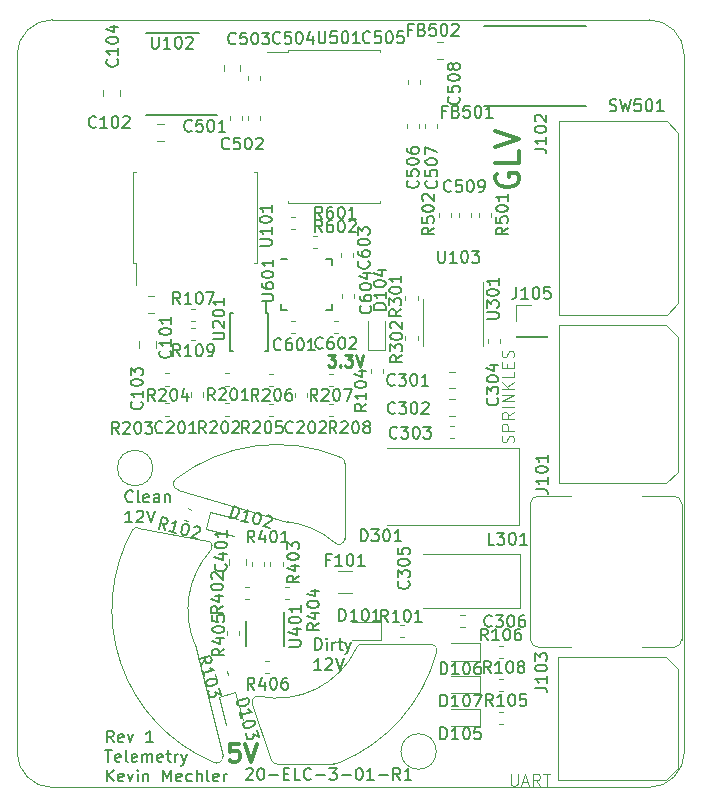
<source format=gbr>
G04 #@! TF.GenerationSoftware,KiCad,Pcbnew,(5.1.4)-1*
G04 #@! TF.CreationDate,2019-11-01T08:15:42-05:00*
G04 #@! TF.ProjectId,20-ELC-3-01-R1 (Telemetry PCB),32302d45-4c43-42d3-932d-30312d523120,rev?*
G04 #@! TF.SameCoordinates,Original*
G04 #@! TF.FileFunction,Legend,Top*
G04 #@! TF.FilePolarity,Positive*
%FSLAX46Y46*%
G04 Gerber Fmt 4.6, Leading zero omitted, Abs format (unit mm)*
G04 Created by KiCad (PCBNEW (5.1.4)-1) date 2019-11-01 08:15:42*
%MOMM*%
%LPD*%
G04 APERTURE LIST*
%ADD10C,0.250000*%
%ADD11C,0.200000*%
%ADD12C,0.300000*%
%ADD13C,0.100000*%
%ADD14C,0.150000*%
%ADD15C,0.156000*%
%ADD16C,0.050000*%
%ADD17C,0.120000*%
G04 APERTURE END LIST*
D10*
X237334609Y-63358780D02*
X237953657Y-63358780D01*
X237620323Y-63739733D01*
X237763180Y-63739733D01*
X237858419Y-63787352D01*
X237906038Y-63834971D01*
X237953657Y-63930209D01*
X237953657Y-64168304D01*
X237906038Y-64263542D01*
X237858419Y-64311161D01*
X237763180Y-64358780D01*
X237477466Y-64358780D01*
X237382228Y-64311161D01*
X237334609Y-64263542D01*
X238382228Y-64263542D02*
X238429847Y-64311161D01*
X238382228Y-64358780D01*
X238334609Y-64311161D01*
X238382228Y-64263542D01*
X238382228Y-64358780D01*
X238763180Y-63358780D02*
X239382228Y-63358780D01*
X239048895Y-63739733D01*
X239191752Y-63739733D01*
X239286990Y-63787352D01*
X239334609Y-63834971D01*
X239382228Y-63930209D01*
X239382228Y-64168304D01*
X239334609Y-64263542D01*
X239286990Y-64311161D01*
X239191752Y-64358780D01*
X238906038Y-64358780D01*
X238810800Y-64311161D01*
X238763180Y-64263542D01*
X239667942Y-63358780D02*
X240001276Y-64358780D01*
X240334609Y-63358780D01*
D11*
X236232495Y-88349980D02*
X236232495Y-87349980D01*
X236470590Y-87349980D01*
X236613447Y-87397600D01*
X236708685Y-87492838D01*
X236756304Y-87588076D01*
X236803923Y-87778552D01*
X236803923Y-87921409D01*
X236756304Y-88111885D01*
X236708685Y-88207123D01*
X236613447Y-88302361D01*
X236470590Y-88349980D01*
X236232495Y-88349980D01*
X237232495Y-88349980D02*
X237232495Y-87683314D01*
X237232495Y-87349980D02*
X237184876Y-87397600D01*
X237232495Y-87445219D01*
X237280114Y-87397600D01*
X237232495Y-87349980D01*
X237232495Y-87445219D01*
X237708685Y-88349980D02*
X237708685Y-87683314D01*
X237708685Y-87873790D02*
X237756304Y-87778552D01*
X237803923Y-87730933D01*
X237899161Y-87683314D01*
X237994400Y-87683314D01*
X238184876Y-87683314D02*
X238565828Y-87683314D01*
X238327733Y-87349980D02*
X238327733Y-88207123D01*
X238375352Y-88302361D01*
X238470590Y-88349980D01*
X238565828Y-88349980D01*
X238803923Y-87683314D02*
X239042019Y-88349980D01*
X239280114Y-87683314D02*
X239042019Y-88349980D01*
X238946780Y-88588076D01*
X238899161Y-88635695D01*
X238803923Y-88683314D01*
X236756304Y-90049980D02*
X236184876Y-90049980D01*
X236470590Y-90049980D02*
X236470590Y-89049980D01*
X236375352Y-89192838D01*
X236280114Y-89288076D01*
X236184876Y-89335695D01*
X237137257Y-89145219D02*
X237184876Y-89097600D01*
X237280114Y-89049980D01*
X237518209Y-89049980D01*
X237613447Y-89097600D01*
X237661066Y-89145219D01*
X237708685Y-89240457D01*
X237708685Y-89335695D01*
X237661066Y-89478552D01*
X237089638Y-90049980D01*
X237708685Y-90049980D01*
X237994400Y-89049980D02*
X238327733Y-90049980D01*
X238661066Y-89049980D01*
X220801923Y-75757942D02*
X220754304Y-75805561D01*
X220611447Y-75853180D01*
X220516209Y-75853180D01*
X220373352Y-75805561D01*
X220278114Y-75710323D01*
X220230495Y-75615085D01*
X220182876Y-75424609D01*
X220182876Y-75281752D01*
X220230495Y-75091276D01*
X220278114Y-74996038D01*
X220373352Y-74900800D01*
X220516209Y-74853180D01*
X220611447Y-74853180D01*
X220754304Y-74900800D01*
X220801923Y-74948419D01*
X221373352Y-75853180D02*
X221278114Y-75805561D01*
X221230495Y-75710323D01*
X221230495Y-74853180D01*
X222135257Y-75805561D02*
X222040019Y-75853180D01*
X221849542Y-75853180D01*
X221754304Y-75805561D01*
X221706685Y-75710323D01*
X221706685Y-75329371D01*
X221754304Y-75234133D01*
X221849542Y-75186514D01*
X222040019Y-75186514D01*
X222135257Y-75234133D01*
X222182876Y-75329371D01*
X222182876Y-75424609D01*
X221706685Y-75519847D01*
X223040019Y-75853180D02*
X223040019Y-75329371D01*
X222992400Y-75234133D01*
X222897161Y-75186514D01*
X222706685Y-75186514D01*
X222611447Y-75234133D01*
X223040019Y-75805561D02*
X222944780Y-75853180D01*
X222706685Y-75853180D01*
X222611447Y-75805561D01*
X222563828Y-75710323D01*
X222563828Y-75615085D01*
X222611447Y-75519847D01*
X222706685Y-75472228D01*
X222944780Y-75472228D01*
X223040019Y-75424609D01*
X223516209Y-75186514D02*
X223516209Y-75853180D01*
X223516209Y-75281752D02*
X223563828Y-75234133D01*
X223659066Y-75186514D01*
X223801923Y-75186514D01*
X223897161Y-75234133D01*
X223944780Y-75329371D01*
X223944780Y-75853180D01*
X220754304Y-77553180D02*
X220182876Y-77553180D01*
X220468590Y-77553180D02*
X220468590Y-76553180D01*
X220373352Y-76696038D01*
X220278114Y-76791276D01*
X220182876Y-76838895D01*
X221135257Y-76648419D02*
X221182876Y-76600800D01*
X221278114Y-76553180D01*
X221516209Y-76553180D01*
X221611447Y-76600800D01*
X221659066Y-76648419D01*
X221706685Y-76743657D01*
X221706685Y-76838895D01*
X221659066Y-76981752D01*
X221087638Y-77553180D01*
X221706685Y-77553180D01*
X221992400Y-76553180D02*
X222325733Y-77553180D01*
X222659066Y-76553180D01*
D12*
X229787485Y-96308171D02*
X229073200Y-96308171D01*
X229001771Y-97022457D01*
X229073200Y-96951028D01*
X229216057Y-96879600D01*
X229573200Y-96879600D01*
X229716057Y-96951028D01*
X229787485Y-97022457D01*
X229858914Y-97165314D01*
X229858914Y-97522457D01*
X229787485Y-97665314D01*
X229716057Y-97736742D01*
X229573200Y-97808171D01*
X229216057Y-97808171D01*
X229073200Y-97736742D01*
X229001771Y-97665314D01*
X230287485Y-96308171D02*
X230787485Y-97808171D01*
X231287485Y-96308171D01*
D13*
X252804761Y-98852380D02*
X252804761Y-99661904D01*
X252852380Y-99757142D01*
X252900000Y-99804761D01*
X252995238Y-99852380D01*
X253185714Y-99852380D01*
X253280952Y-99804761D01*
X253328571Y-99757142D01*
X253376190Y-99661904D01*
X253376190Y-98852380D01*
X253804761Y-99566666D02*
X254280952Y-99566666D01*
X253709523Y-99852380D02*
X254042857Y-98852380D01*
X254376190Y-99852380D01*
X255280952Y-99852380D02*
X254947619Y-99376190D01*
X254709523Y-99852380D02*
X254709523Y-98852380D01*
X255090476Y-98852380D01*
X255185714Y-98900000D01*
X255233333Y-98947619D01*
X255280952Y-99042857D01*
X255280952Y-99185714D01*
X255233333Y-99280952D01*
X255185714Y-99328571D01*
X255090476Y-99376190D01*
X254709523Y-99376190D01*
X255566666Y-98852380D02*
X256138095Y-98852380D01*
X255852380Y-99852380D02*
X255852380Y-98852380D01*
X253004761Y-70780952D02*
X253052380Y-70638095D01*
X253052380Y-70400000D01*
X253004761Y-70304761D01*
X252957142Y-70257142D01*
X252861904Y-70209523D01*
X252766666Y-70209523D01*
X252671428Y-70257142D01*
X252623809Y-70304761D01*
X252576190Y-70400000D01*
X252528571Y-70590476D01*
X252480952Y-70685714D01*
X252433333Y-70733333D01*
X252338095Y-70780952D01*
X252242857Y-70780952D01*
X252147619Y-70733333D01*
X252100000Y-70685714D01*
X252052380Y-70590476D01*
X252052380Y-70352380D01*
X252100000Y-70209523D01*
X253052380Y-69780952D02*
X252052380Y-69780952D01*
X252052380Y-69400000D01*
X252100000Y-69304761D01*
X252147619Y-69257142D01*
X252242857Y-69209523D01*
X252385714Y-69209523D01*
X252480952Y-69257142D01*
X252528571Y-69304761D01*
X252576190Y-69400000D01*
X252576190Y-69780952D01*
X253052380Y-68209523D02*
X252576190Y-68542857D01*
X253052380Y-68780952D02*
X252052380Y-68780952D01*
X252052380Y-68400000D01*
X252100000Y-68304761D01*
X252147619Y-68257142D01*
X252242857Y-68209523D01*
X252385714Y-68209523D01*
X252480952Y-68257142D01*
X252528571Y-68304761D01*
X252576190Y-68400000D01*
X252576190Y-68780952D01*
X253052380Y-67780952D02*
X252052380Y-67780952D01*
X253052380Y-67304761D02*
X252052380Y-67304761D01*
X253052380Y-66733333D01*
X252052380Y-66733333D01*
X253052380Y-66257142D02*
X252052380Y-66257142D01*
X253052380Y-65685714D02*
X252480952Y-66114285D01*
X252052380Y-65685714D02*
X252623809Y-66257142D01*
X253052380Y-64780952D02*
X253052380Y-65257142D01*
X252052380Y-65257142D01*
X252528571Y-64447619D02*
X252528571Y-64114285D01*
X253052380Y-63971428D02*
X253052380Y-64447619D01*
X252052380Y-64447619D01*
X252052380Y-63971428D01*
X253004761Y-63590476D02*
X253052380Y-63447619D01*
X253052380Y-63209523D01*
X253004761Y-63114285D01*
X252957142Y-63066666D01*
X252861904Y-63019047D01*
X252766666Y-63019047D01*
X252671428Y-63066666D01*
X252623809Y-63114285D01*
X252576190Y-63209523D01*
X252528571Y-63400000D01*
X252480952Y-63495238D01*
X252433333Y-63542857D01*
X252338095Y-63590476D01*
X252242857Y-63590476D01*
X252147619Y-63542857D01*
X252100000Y-63495238D01*
X252052380Y-63400000D01*
X252052380Y-63161904D01*
X252100000Y-63019047D01*
D12*
X251600000Y-48042857D02*
X251504761Y-48233333D01*
X251504761Y-48519047D01*
X251600000Y-48804761D01*
X251790476Y-48995238D01*
X251980952Y-49090476D01*
X252361904Y-49185714D01*
X252647619Y-49185714D01*
X253028571Y-49090476D01*
X253219047Y-48995238D01*
X253409523Y-48804761D01*
X253504761Y-48519047D01*
X253504761Y-48328571D01*
X253409523Y-48042857D01*
X253314285Y-47947619D01*
X252647619Y-47947619D01*
X252647619Y-48328571D01*
X253504761Y-46138095D02*
X253504761Y-47090476D01*
X251504761Y-47090476D01*
X251504761Y-45757142D02*
X253504761Y-45090476D01*
X251504761Y-44423809D01*
D14*
X230400000Y-98447619D02*
X230447619Y-98400000D01*
X230542857Y-98352380D01*
X230780952Y-98352380D01*
X230876190Y-98400000D01*
X230923809Y-98447619D01*
X230971428Y-98542857D01*
X230971428Y-98638095D01*
X230923809Y-98780952D01*
X230352380Y-99352380D01*
X230971428Y-99352380D01*
X231590476Y-98352380D02*
X231685714Y-98352380D01*
X231780952Y-98400000D01*
X231828571Y-98447619D01*
X231876190Y-98542857D01*
X231923809Y-98733333D01*
X231923809Y-98971428D01*
X231876190Y-99161904D01*
X231828571Y-99257142D01*
X231780952Y-99304761D01*
X231685714Y-99352380D01*
X231590476Y-99352380D01*
X231495238Y-99304761D01*
X231447619Y-99257142D01*
X231400000Y-99161904D01*
X231352380Y-98971428D01*
X231352380Y-98733333D01*
X231400000Y-98542857D01*
X231447619Y-98447619D01*
X231495238Y-98400000D01*
X231590476Y-98352380D01*
X232352380Y-98971428D02*
X233114285Y-98971428D01*
X233590476Y-98828571D02*
X233923809Y-98828571D01*
X234066666Y-99352380D02*
X233590476Y-99352380D01*
X233590476Y-98352380D01*
X234066666Y-98352380D01*
X234971428Y-99352380D02*
X234495238Y-99352380D01*
X234495238Y-98352380D01*
X235876190Y-99257142D02*
X235828571Y-99304761D01*
X235685714Y-99352380D01*
X235590476Y-99352380D01*
X235447619Y-99304761D01*
X235352380Y-99209523D01*
X235304761Y-99114285D01*
X235257142Y-98923809D01*
X235257142Y-98780952D01*
X235304761Y-98590476D01*
X235352380Y-98495238D01*
X235447619Y-98400000D01*
X235590476Y-98352380D01*
X235685714Y-98352380D01*
X235828571Y-98400000D01*
X235876190Y-98447619D01*
X236304761Y-98971428D02*
X237066666Y-98971428D01*
X237447619Y-98352380D02*
X238066666Y-98352380D01*
X237733333Y-98733333D01*
X237876190Y-98733333D01*
X237971428Y-98780952D01*
X238019047Y-98828571D01*
X238066666Y-98923809D01*
X238066666Y-99161904D01*
X238019047Y-99257142D01*
X237971428Y-99304761D01*
X237876190Y-99352380D01*
X237590476Y-99352380D01*
X237495238Y-99304761D01*
X237447619Y-99257142D01*
X238495238Y-98971428D02*
X239257142Y-98971428D01*
X239923809Y-98352380D02*
X240019047Y-98352380D01*
X240114285Y-98400000D01*
X240161904Y-98447619D01*
X240209523Y-98542857D01*
X240257142Y-98733333D01*
X240257142Y-98971428D01*
X240209523Y-99161904D01*
X240161904Y-99257142D01*
X240114285Y-99304761D01*
X240019047Y-99352380D01*
X239923809Y-99352380D01*
X239828571Y-99304761D01*
X239780952Y-99257142D01*
X239733333Y-99161904D01*
X239685714Y-98971428D01*
X239685714Y-98733333D01*
X239733333Y-98542857D01*
X239780952Y-98447619D01*
X239828571Y-98400000D01*
X239923809Y-98352380D01*
X241209523Y-99352380D02*
X240638095Y-99352380D01*
X240923809Y-99352380D02*
X240923809Y-98352380D01*
X240828571Y-98495238D01*
X240733333Y-98590476D01*
X240638095Y-98638095D01*
X241638095Y-98971428D02*
X242400000Y-98971428D01*
X243447619Y-99352380D02*
X243114285Y-98876190D01*
X242876190Y-99352380D02*
X242876190Y-98352380D01*
X243257142Y-98352380D01*
X243352380Y-98400000D01*
X243400000Y-98447619D01*
X243447619Y-98542857D01*
X243447619Y-98685714D01*
X243400000Y-98780952D01*
X243352380Y-98828571D01*
X243257142Y-98876190D01*
X242876190Y-98876190D01*
X244400000Y-99352380D02*
X243828571Y-99352380D01*
X244114285Y-99352380D02*
X244114285Y-98352380D01*
X244019047Y-98495238D01*
X243923809Y-98590476D01*
X243828571Y-98638095D01*
D15*
X219173123Y-96179980D02*
X218839790Y-95703790D01*
X218601695Y-96179980D02*
X218601695Y-95179980D01*
X218982647Y-95179980D01*
X219077885Y-95227600D01*
X219125504Y-95275219D01*
X219173123Y-95370457D01*
X219173123Y-95513314D01*
X219125504Y-95608552D01*
X219077885Y-95656171D01*
X218982647Y-95703790D01*
X218601695Y-95703790D01*
X219982647Y-96132361D02*
X219887409Y-96179980D01*
X219696933Y-96179980D01*
X219601695Y-96132361D01*
X219554076Y-96037123D01*
X219554076Y-95656171D01*
X219601695Y-95560933D01*
X219696933Y-95513314D01*
X219887409Y-95513314D01*
X219982647Y-95560933D01*
X220030266Y-95656171D01*
X220030266Y-95751409D01*
X219554076Y-95846647D01*
X220363600Y-95513314D02*
X220601695Y-96179980D01*
X220839790Y-95513314D01*
X222506457Y-96179980D02*
X221935028Y-96179980D01*
X222220742Y-96179980D02*
X222220742Y-95179980D01*
X222125504Y-95322838D01*
X222030266Y-95418076D01*
X221935028Y-95465695D01*
X218458838Y-96835980D02*
X219030266Y-96835980D01*
X218744552Y-97835980D02*
X218744552Y-96835980D01*
X219744552Y-97788361D02*
X219649314Y-97835980D01*
X219458838Y-97835980D01*
X219363600Y-97788361D01*
X219315980Y-97693123D01*
X219315980Y-97312171D01*
X219363600Y-97216933D01*
X219458838Y-97169314D01*
X219649314Y-97169314D01*
X219744552Y-97216933D01*
X219792171Y-97312171D01*
X219792171Y-97407409D01*
X219315980Y-97502647D01*
X220363600Y-97835980D02*
X220268361Y-97788361D01*
X220220742Y-97693123D01*
X220220742Y-96835980D01*
X221125504Y-97788361D02*
X221030266Y-97835980D01*
X220839790Y-97835980D01*
X220744552Y-97788361D01*
X220696933Y-97693123D01*
X220696933Y-97312171D01*
X220744552Y-97216933D01*
X220839790Y-97169314D01*
X221030266Y-97169314D01*
X221125504Y-97216933D01*
X221173123Y-97312171D01*
X221173123Y-97407409D01*
X220696933Y-97502647D01*
X221601695Y-97835980D02*
X221601695Y-97169314D01*
X221601695Y-97264552D02*
X221649314Y-97216933D01*
X221744552Y-97169314D01*
X221887409Y-97169314D01*
X221982647Y-97216933D01*
X222030266Y-97312171D01*
X222030266Y-97835980D01*
X222030266Y-97312171D02*
X222077885Y-97216933D01*
X222173123Y-97169314D01*
X222315980Y-97169314D01*
X222411219Y-97216933D01*
X222458838Y-97312171D01*
X222458838Y-97835980D01*
X223315980Y-97788361D02*
X223220742Y-97835980D01*
X223030266Y-97835980D01*
X222935028Y-97788361D01*
X222887409Y-97693123D01*
X222887409Y-97312171D01*
X222935028Y-97216933D01*
X223030266Y-97169314D01*
X223220742Y-97169314D01*
X223315980Y-97216933D01*
X223363600Y-97312171D01*
X223363600Y-97407409D01*
X222887409Y-97502647D01*
X223649314Y-97169314D02*
X224030266Y-97169314D01*
X223792171Y-96835980D02*
X223792171Y-97693123D01*
X223839790Y-97788361D01*
X223935028Y-97835980D01*
X224030266Y-97835980D01*
X224363600Y-97835980D02*
X224363600Y-97169314D01*
X224363600Y-97359790D02*
X224411219Y-97264552D01*
X224458838Y-97216933D01*
X224554076Y-97169314D01*
X224649314Y-97169314D01*
X224887409Y-97169314D02*
X225125504Y-97835980D01*
X225363600Y-97169314D02*
X225125504Y-97835980D01*
X225030266Y-98074076D01*
X224982647Y-98121695D01*
X224887409Y-98169314D01*
X218601695Y-99491980D02*
X218601695Y-98491980D01*
X219173123Y-99491980D02*
X218744552Y-98920552D01*
X219173123Y-98491980D02*
X218601695Y-99063409D01*
X219982647Y-99444361D02*
X219887409Y-99491980D01*
X219696933Y-99491980D01*
X219601695Y-99444361D01*
X219554076Y-99349123D01*
X219554076Y-98968171D01*
X219601695Y-98872933D01*
X219696933Y-98825314D01*
X219887409Y-98825314D01*
X219982647Y-98872933D01*
X220030266Y-98968171D01*
X220030266Y-99063409D01*
X219554076Y-99158647D01*
X220363600Y-98825314D02*
X220601695Y-99491980D01*
X220839790Y-98825314D01*
X221220742Y-99491980D02*
X221220742Y-98825314D01*
X221220742Y-98491980D02*
X221173123Y-98539600D01*
X221220742Y-98587219D01*
X221268361Y-98539600D01*
X221220742Y-98491980D01*
X221220742Y-98587219D01*
X221696933Y-98825314D02*
X221696933Y-99491980D01*
X221696933Y-98920552D02*
X221744552Y-98872933D01*
X221839790Y-98825314D01*
X221982647Y-98825314D01*
X222077885Y-98872933D01*
X222125504Y-98968171D01*
X222125504Y-99491980D01*
X223363600Y-99491980D02*
X223363600Y-98491980D01*
X223696933Y-99206266D01*
X224030266Y-98491980D01*
X224030266Y-99491980D01*
X224887409Y-99444361D02*
X224792171Y-99491980D01*
X224601695Y-99491980D01*
X224506457Y-99444361D01*
X224458838Y-99349123D01*
X224458838Y-98968171D01*
X224506457Y-98872933D01*
X224601695Y-98825314D01*
X224792171Y-98825314D01*
X224887409Y-98872933D01*
X224935028Y-98968171D01*
X224935028Y-99063409D01*
X224458838Y-99158647D01*
X225792171Y-99444361D02*
X225696933Y-99491980D01*
X225506457Y-99491980D01*
X225411219Y-99444361D01*
X225363600Y-99396742D01*
X225315980Y-99301504D01*
X225315980Y-99015790D01*
X225363600Y-98920552D01*
X225411219Y-98872933D01*
X225506457Y-98825314D01*
X225696933Y-98825314D01*
X225792171Y-98872933D01*
X226220742Y-99491980D02*
X226220742Y-98491980D01*
X226649314Y-99491980D02*
X226649314Y-98968171D01*
X226601695Y-98872933D01*
X226506457Y-98825314D01*
X226363600Y-98825314D01*
X226268361Y-98872933D01*
X226220742Y-98920552D01*
X227268361Y-99491980D02*
X227173123Y-99444361D01*
X227125504Y-99349123D01*
X227125504Y-98491980D01*
X228030266Y-99444361D02*
X227935028Y-99491980D01*
X227744552Y-99491980D01*
X227649314Y-99444361D01*
X227601695Y-99349123D01*
X227601695Y-98968171D01*
X227649314Y-98872933D01*
X227744552Y-98825314D01*
X227935028Y-98825314D01*
X228030266Y-98872933D01*
X228077885Y-98968171D01*
X228077885Y-99063409D01*
X227601695Y-99158647D01*
X228506457Y-99491980D02*
X228506457Y-98825314D01*
X228506457Y-99015790D02*
X228554076Y-98920552D01*
X228601695Y-98872933D01*
X228696933Y-98825314D01*
X228792171Y-98825314D01*
D16*
X224659306Y-74785594D02*
G75*
G02X224423888Y-73898567I90694J498824D01*
G01*
X238475001Y-72077229D02*
G75*
G02X238751115Y-72550000I-223885J-447772D01*
G01*
X238750000Y-78925000D02*
G75*
G02X237878767Y-79249999I-496234J0D01*
G01*
X239766350Y-88149340D02*
G75*
G02X240250000Y-87850000I458651J-200659D01*
G01*
X246050000Y-87845095D02*
G75*
G02X246529562Y-88499959I1J-503025D01*
G01*
X238225000Y-97925000D02*
G75*
G02X237818609Y-97986492I-281391J486036D01*
G01*
X233000000Y-98000000D02*
G75*
G02X232525002Y-97651879I1J498120D01*
G01*
X230920833Y-92926317D02*
G75*
G02X231450000Y-92275001I479168J151317D01*
G01*
X228400731Y-97349890D02*
G75*
G02X227597476Y-97831020I-500731J-75110D01*
G01*
X227204858Y-79137508D02*
G75*
G02X227349999Y-79974999I-179858J-462492D01*
G01*
X220790072Y-78165782D02*
G75*
G02X221275000Y-78025000I359928J-334218D01*
G01*
X233000000Y-98000000D02*
X237818609Y-97986492D01*
X226059891Y-87866853D02*
G75*
G02X227349999Y-79974999I6940109J2916853D01*
G01*
X233856182Y-77496187D02*
G75*
G02X237878767Y-79249999I-856182J-7453813D01*
G01*
X239768697Y-88150450D02*
G75*
G02X231450000Y-92275001I-6768697J3200450D01*
G01*
X227597476Y-97831021D02*
G75*
G02X220790072Y-78165782I5402524J12881021D01*
G01*
X224423888Y-73898567D02*
G75*
G02X238475000Y-72077229I8576112J-11051433D01*
G01*
X246529562Y-88499958D02*
G75*
G02X238225000Y-97925000I-13529562J3549958D01*
G01*
X221275000Y-78025000D02*
X227204858Y-79137507D01*
X224659306Y-74785594D02*
X233856182Y-77496187D01*
X238751115Y-72550000D02*
X238750000Y-78925000D01*
X246050000Y-87845095D02*
X240250000Y-87850000D01*
X228400731Y-97349890D02*
X226059891Y-87866853D01*
X232525002Y-97651879D02*
X230920833Y-92926317D01*
X214000000Y-100000000D02*
X264500000Y-100000000D01*
X222500000Y-72950000D02*
G75*
G03X222500000Y-72950000I-1500000J0D01*
G01*
X246500000Y-96950000D02*
G75*
G03X246500000Y-96950000I-1500000J0D01*
G01*
X214000000Y-100000000D02*
G75*
G02X211000000Y-97000000I0J3000000D01*
G01*
X267500000Y-97000000D02*
G75*
G02X264500000Y-100000000I-3000000J0D01*
G01*
X264500000Y-35000000D02*
G75*
G02X267500000Y-38000000I0J-3000000D01*
G01*
X211000000Y-38000000D02*
G75*
G02X214000000Y-35000000I3000000J0D01*
G01*
X211000000Y-38000000D02*
X211000000Y-97000000D01*
X264500000Y-35000000D02*
X214000000Y-35000000D01*
X267500000Y-38000000D02*
X267500000Y-97000000D01*
D17*
X234228733Y-61535000D02*
X234571267Y-61535000D01*
X234228733Y-60515000D02*
X234571267Y-60515000D01*
X237853733Y-61535000D02*
X238196267Y-61535000D01*
X237853733Y-60515000D02*
X238196267Y-60515000D01*
X239485000Y-54728733D02*
X239485000Y-55071267D01*
X238465000Y-54728733D02*
X238465000Y-55071267D01*
X234546267Y-51715000D02*
X234203733Y-51715000D01*
X234546267Y-52735000D02*
X234203733Y-52735000D01*
X236396267Y-53315000D02*
X236053733Y-53315000D01*
X236396267Y-54335000D02*
X236053733Y-54335000D01*
D14*
X237675000Y-55250000D02*
X237675000Y-55775000D01*
X233375000Y-59550000D02*
X233375000Y-59025000D01*
X237675000Y-59550000D02*
X237675000Y-59025000D01*
X233375000Y-55250000D02*
X233900000Y-55250000D01*
X233375000Y-59550000D02*
X233900000Y-59550000D01*
X237675000Y-59550000D02*
X237150000Y-59550000D01*
X237675000Y-55250000D02*
X237150000Y-55250000D01*
D17*
X249435000Y-51721267D02*
X249435000Y-51378733D01*
X248415000Y-51721267D02*
X248415000Y-51378733D01*
D14*
X259163600Y-35512800D02*
X250563600Y-35512800D01*
X259163600Y-42312800D02*
X250563600Y-42312800D01*
D17*
X246715000Y-51378733D02*
X246715000Y-51721267D01*
X247735000Y-51378733D02*
X247735000Y-51721267D01*
X251135000Y-51378733D02*
X251135000Y-51721267D01*
X250115000Y-51378733D02*
X250115000Y-51721267D01*
X248106252Y-64798000D02*
X247583748Y-64798000D01*
X248106252Y-66218000D02*
X247583748Y-66218000D01*
X248106252Y-68518000D02*
X247583748Y-68518000D01*
X248106252Y-67098000D02*
X247583748Y-67098000D01*
X250890000Y-62371267D02*
X250890000Y-62028733D01*
X251910000Y-62371267D02*
X251910000Y-62028733D01*
X248891267Y-86418000D02*
X248548733Y-86418000D01*
X248891267Y-85398000D02*
X248548733Y-85398000D01*
X247991267Y-69398000D02*
X247648733Y-69398000D01*
X247991267Y-70418000D02*
X247648733Y-70418000D01*
X244910000Y-58403733D02*
X244910000Y-58746267D01*
X243890000Y-58403733D02*
X243890000Y-58746267D01*
X244910000Y-61753733D02*
X244910000Y-62096267D01*
X243890000Y-61753733D02*
X243890000Y-62096267D01*
X245370000Y-84768000D02*
X253605000Y-84768000D01*
X253605000Y-84768000D02*
X253605000Y-80248000D01*
X253605000Y-80248000D02*
X245370000Y-80248000D01*
X267275000Y-75975000D02*
X267275000Y-87475000D01*
X266625000Y-75325000D02*
X263875000Y-75325000D01*
X254475000Y-87475000D02*
X254475000Y-75975000D01*
X266625000Y-88125000D02*
X263875000Y-88125000D01*
X257875000Y-75325000D02*
X255125000Y-75325000D01*
X257875000Y-88125000D02*
X255125000Y-88125000D01*
X266625000Y-75325000D02*
G75*
G02X267275000Y-75975000I0J-650000D01*
G01*
X254475000Y-75975000D02*
G75*
G02X255125000Y-75325000I650000J0D01*
G01*
X255125000Y-88125000D02*
G75*
G02X254475000Y-87475000I0J650000D01*
G01*
X267275000Y-87475000D02*
G75*
G02X266625000Y-88125000I-650000J0D01*
G01*
X253520000Y-77758000D02*
X242320000Y-77758000D01*
X253520000Y-71258000D02*
X242320000Y-71258000D01*
X253520000Y-71258000D02*
X253520000Y-77758000D01*
X245334999Y-60633001D02*
X245334999Y-62583001D01*
X245334999Y-60633001D02*
X245334999Y-58683001D01*
X250454999Y-60633001D02*
X250454999Y-62583001D01*
X250454999Y-60633001D02*
X250454999Y-57183001D01*
X222611252Y-59810000D02*
X222088748Y-59810000D01*
X222611252Y-58390000D02*
X222088748Y-58390000D01*
X225753733Y-60535000D02*
X226096267Y-60535000D01*
X225753733Y-59515000D02*
X226096267Y-59515000D01*
X225753733Y-62135000D02*
X226096267Y-62135000D01*
X225753733Y-61115000D02*
X226096267Y-61115000D01*
X223411252Y-45285000D02*
X222888748Y-45285000D01*
X223411252Y-43865000D02*
X222888748Y-43865000D01*
X231335000Y-51775000D02*
X231335000Y-47915000D01*
X231335000Y-47915000D02*
X231080000Y-47915000D01*
X231335000Y-51775000D02*
X231335000Y-55635000D01*
X231335000Y-55635000D02*
X231080000Y-55635000D01*
X220815000Y-51775000D02*
X220815000Y-47915000D01*
X220815000Y-47915000D02*
X221070000Y-47915000D01*
X220815000Y-51775000D02*
X220815000Y-55635000D01*
X220815000Y-55635000D02*
X221070000Y-55635000D01*
X221070000Y-55635000D02*
X221070000Y-57450000D01*
X253228800Y-61832800D02*
X255888800Y-61832800D01*
X253228800Y-61772800D02*
X253228800Y-61832800D01*
X255888800Y-61772800D02*
X255888800Y-61832800D01*
X253228800Y-61772800D02*
X255888800Y-61772800D01*
X253228800Y-60502800D02*
X253228800Y-59172800D01*
X253228800Y-59172800D02*
X254558800Y-59172800D01*
X256850000Y-60881800D02*
X265980000Y-60881800D01*
X265980000Y-60881800D02*
X266980000Y-61881800D01*
X266980000Y-61881800D02*
X266980000Y-73251800D01*
X266980000Y-73251800D02*
X265980000Y-74251800D01*
X265980000Y-74251800D02*
X256850000Y-74251800D01*
X256850000Y-74251800D02*
X256850000Y-60881800D01*
X222735000Y-62761252D02*
X222735000Y-62238748D01*
X221315000Y-62761252D02*
X221315000Y-62238748D01*
X226735000Y-66553733D02*
X226735000Y-66896267D01*
X225715000Y-66553733D02*
X225715000Y-66896267D01*
X235535000Y-66946267D02*
X235535000Y-66603733D01*
X234515000Y-66946267D02*
X234515000Y-66603733D01*
X230379200Y-80615348D02*
X230379200Y-81137852D01*
X228959200Y-80615348D02*
X228959200Y-81137852D01*
X230085000Y-43153733D02*
X230085000Y-43496267D01*
X229065000Y-43153733D02*
X229065000Y-43496267D01*
X230590000Y-43153733D02*
X230590000Y-43496267D01*
X231610000Y-43153733D02*
X231610000Y-43496267D01*
X229919600Y-38854748D02*
X229919600Y-39377252D01*
X228499600Y-38854748D02*
X228499600Y-39377252D01*
X231610000Y-39778733D02*
X231610000Y-40121267D01*
X230590000Y-39778733D02*
X230590000Y-40121267D01*
X245085000Y-40421267D02*
X245085000Y-40078733D01*
X244065000Y-40421267D02*
X244065000Y-40078733D01*
X245060000Y-44196267D02*
X245060000Y-43853733D01*
X244040000Y-44196267D02*
X244040000Y-43853733D01*
X245565000Y-44196267D02*
X245565000Y-43853733D01*
X246585000Y-44196267D02*
X246585000Y-43853733D01*
X247061252Y-36890000D02*
X246538748Y-36890000D01*
X247061252Y-38310000D02*
X246538748Y-38310000D01*
X239535000Y-58228733D02*
X239535000Y-58571267D01*
X238515000Y-58228733D02*
X238515000Y-58571267D01*
X239369400Y-87500200D02*
X241829400Y-87500200D01*
X241829400Y-87500200D02*
X241829400Y-86030200D01*
X241829400Y-86030200D02*
X239369400Y-86030200D01*
X229722517Y-77289392D02*
X227346339Y-76652697D01*
X227346339Y-76652697D02*
X226965875Y-78072608D01*
X226965875Y-78072608D02*
X229342053Y-78709303D01*
X228077698Y-92321339D02*
X228714393Y-94697517D01*
X229497609Y-91940875D02*
X228077698Y-92321339D01*
X230134304Y-94317053D02*
X229497609Y-91940875D01*
X240715000Y-60525000D02*
X240715000Y-62985000D01*
X240715000Y-62985000D02*
X242185000Y-62985000D01*
X242185000Y-62985000D02*
X242185000Y-60525000D01*
X250228000Y-93348000D02*
X247768000Y-93348000D01*
X250228000Y-94818000D02*
X250228000Y-93348000D01*
X247768000Y-94818000D02*
X250228000Y-94818000D01*
X247768000Y-89260000D02*
X250228000Y-89260000D01*
X250228000Y-89260000D02*
X250228000Y-87790000D01*
X250228000Y-87790000D02*
X247768000Y-87790000D01*
X250228000Y-90569000D02*
X247768000Y-90569000D01*
X250228000Y-92039000D02*
X250228000Y-90569000D01*
X247768000Y-92039000D02*
X250228000Y-92039000D01*
X256805000Y-88990000D02*
X265935000Y-88990000D01*
X265935000Y-88990000D02*
X266935000Y-89990000D01*
X266935000Y-89990000D02*
X266935000Y-98360000D01*
X266935000Y-98360000D02*
X265935000Y-99360000D01*
X265935000Y-99360000D02*
X256805000Y-99360000D01*
X256805000Y-99360000D02*
X256805000Y-88990000D01*
X228593733Y-65965000D02*
X228936267Y-65965000D01*
X228593733Y-64945000D02*
X228936267Y-64945000D01*
X228936267Y-68505000D02*
X228593733Y-68505000D01*
X228936267Y-67485000D02*
X228593733Y-67485000D01*
X223513733Y-68505000D02*
X223856267Y-68505000D01*
X223513733Y-67485000D02*
X223856267Y-67485000D01*
X223856267Y-65965000D02*
X223513733Y-65965000D01*
X223856267Y-64945000D02*
X223513733Y-64945000D01*
X232656267Y-67535000D02*
X232313733Y-67535000D01*
X232656267Y-68555000D02*
X232313733Y-68555000D01*
X232313733Y-64995000D02*
X232656267Y-64995000D01*
X232313733Y-66015000D02*
X232656267Y-66015000D01*
X237736267Y-66015000D02*
X237393733Y-66015000D01*
X237736267Y-64995000D02*
X237393733Y-64995000D01*
X237393733Y-68555000D02*
X237736267Y-68555000D01*
X237393733Y-67535000D02*
X237736267Y-67535000D01*
X231929200Y-80905333D02*
X231929200Y-81247867D01*
X230909200Y-80905333D02*
X230909200Y-81247867D01*
X230665467Y-84061600D02*
X230322933Y-84061600D01*
X230665467Y-83041600D02*
X230322933Y-83041600D01*
X232459200Y-80905333D02*
X232459200Y-81247867D01*
X233479200Y-80905333D02*
X233479200Y-81247867D01*
X233722933Y-83041600D02*
X234065467Y-83041600D01*
X233722933Y-84061600D02*
X234065467Y-84061600D01*
X228809200Y-86755333D02*
X228809200Y-87097867D01*
X229829200Y-86755333D02*
X229829200Y-87097867D01*
X232022933Y-89291600D02*
X232365467Y-89291600D01*
X232022933Y-90311600D02*
X232365467Y-90311600D01*
D14*
X227900000Y-43050000D02*
X221925000Y-43050000D01*
X226375000Y-36150000D02*
X221925000Y-36150000D01*
X232250000Y-59800000D02*
X232075000Y-59800000D01*
X232250000Y-63050000D02*
X231975000Y-63050000D01*
X229000000Y-63050000D02*
X229275000Y-63050000D01*
X229000000Y-59800000D02*
X229275000Y-59800000D01*
X232250000Y-59800000D02*
X232250000Y-63050000D01*
X229000000Y-59800000D02*
X229000000Y-63050000D01*
X232075000Y-59800000D02*
X232075000Y-58725000D01*
X233644200Y-85126600D02*
X233644200Y-88001600D01*
X230394200Y-85901600D02*
X230394200Y-88001600D01*
D17*
X233985001Y-37755001D02*
X232170001Y-37755001D01*
X233985001Y-37520001D02*
X233985001Y-37755001D01*
X237845001Y-37520001D02*
X233985001Y-37520001D01*
X241705001Y-37520001D02*
X241705001Y-37755001D01*
X237845001Y-37520001D02*
X241705001Y-37520001D01*
X233985001Y-50540001D02*
X233985001Y-50305001D01*
X237845001Y-50540001D02*
X233985001Y-50540001D01*
X241705001Y-50540001D02*
X241705001Y-50305001D01*
X237845001Y-50540001D02*
X241705001Y-50540001D01*
X243398133Y-86255200D02*
X243740667Y-86255200D01*
X243398133Y-87275200D02*
X243740667Y-87275200D01*
X225772825Y-76464013D02*
X225441962Y-76375359D01*
X225508830Y-77449257D02*
X225177967Y-77360603D01*
X227889013Y-90747825D02*
X227800359Y-90416962D01*
X228874257Y-90483830D02*
X228785603Y-90152967D01*
X241960000Y-64553733D02*
X241960000Y-64896267D01*
X240940000Y-64553733D02*
X240940000Y-64896267D01*
X251796734Y-93573000D02*
X252139268Y-93573000D01*
X251796734Y-94593000D02*
X252139268Y-94593000D01*
X251796734Y-89035000D02*
X252139268Y-89035000D01*
X251796734Y-88015000D02*
X252139268Y-88015000D01*
X251796734Y-90794000D02*
X252139268Y-90794000D01*
X251796734Y-91814000D02*
X252139268Y-91814000D01*
X219710000Y-41436252D02*
X219710000Y-40913748D01*
X218290000Y-41436252D02*
X218290000Y-40913748D01*
X256862400Y-43609800D02*
X265992400Y-43609800D01*
X265992400Y-43609800D02*
X266992400Y-44609800D01*
X266992400Y-44609800D02*
X266992400Y-58979800D01*
X266992400Y-58979800D02*
X265992400Y-59979800D01*
X265992400Y-59979800D02*
X256862400Y-59979800D01*
X256862400Y-59979800D02*
X256862400Y-43609800D01*
X238172236Y-81690800D02*
X239376364Y-81690800D01*
X238172236Y-83510800D02*
X239376364Y-83510800D01*
D14*
X246646914Y-54570380D02*
X246646914Y-55379904D01*
X246694533Y-55475142D01*
X246742152Y-55522761D01*
X246837390Y-55570380D01*
X247027866Y-55570380D01*
X247123104Y-55522761D01*
X247170723Y-55475142D01*
X247218342Y-55379904D01*
X247218342Y-54570380D01*
X248218342Y-55570380D02*
X247646914Y-55570380D01*
X247932628Y-55570380D02*
X247932628Y-54570380D01*
X247837390Y-54713238D01*
X247742152Y-54808476D01*
X247646914Y-54856095D01*
X248837390Y-54570380D02*
X248932628Y-54570380D01*
X249027866Y-54618000D01*
X249075485Y-54665619D01*
X249123104Y-54760857D01*
X249170723Y-54951333D01*
X249170723Y-55189428D01*
X249123104Y-55379904D01*
X249075485Y-55475142D01*
X249027866Y-55522761D01*
X248932628Y-55570380D01*
X248837390Y-55570380D01*
X248742152Y-55522761D01*
X248694533Y-55475142D01*
X248646914Y-55379904D01*
X248599295Y-55189428D01*
X248599295Y-54951333D01*
X248646914Y-54760857D01*
X248694533Y-54665619D01*
X248742152Y-54618000D01*
X248837390Y-54570380D01*
X249504057Y-54570380D02*
X250123104Y-54570380D01*
X249789771Y-54951333D01*
X249932628Y-54951333D01*
X250027866Y-54998952D01*
X250075485Y-55046571D01*
X250123104Y-55141809D01*
X250123104Y-55379904D01*
X250075485Y-55475142D01*
X250027866Y-55522761D01*
X249932628Y-55570380D01*
X249646914Y-55570380D01*
X249551676Y-55522761D01*
X249504057Y-55475142D01*
X233355952Y-62882142D02*
X233308333Y-62929761D01*
X233165476Y-62977380D01*
X233070238Y-62977380D01*
X232927380Y-62929761D01*
X232832142Y-62834523D01*
X232784523Y-62739285D01*
X232736904Y-62548809D01*
X232736904Y-62405952D01*
X232784523Y-62215476D01*
X232832142Y-62120238D01*
X232927380Y-62025000D01*
X233070238Y-61977380D01*
X233165476Y-61977380D01*
X233308333Y-62025000D01*
X233355952Y-62072619D01*
X234213095Y-61977380D02*
X234022619Y-61977380D01*
X233927380Y-62025000D01*
X233879761Y-62072619D01*
X233784523Y-62215476D01*
X233736904Y-62405952D01*
X233736904Y-62786904D01*
X233784523Y-62882142D01*
X233832142Y-62929761D01*
X233927380Y-62977380D01*
X234117857Y-62977380D01*
X234213095Y-62929761D01*
X234260714Y-62882142D01*
X234308333Y-62786904D01*
X234308333Y-62548809D01*
X234260714Y-62453571D01*
X234213095Y-62405952D01*
X234117857Y-62358333D01*
X233927380Y-62358333D01*
X233832142Y-62405952D01*
X233784523Y-62453571D01*
X233736904Y-62548809D01*
X234927380Y-61977380D02*
X235022619Y-61977380D01*
X235117857Y-62025000D01*
X235165476Y-62072619D01*
X235213095Y-62167857D01*
X235260714Y-62358333D01*
X235260714Y-62596428D01*
X235213095Y-62786904D01*
X235165476Y-62882142D01*
X235117857Y-62929761D01*
X235022619Y-62977380D01*
X234927380Y-62977380D01*
X234832142Y-62929761D01*
X234784523Y-62882142D01*
X234736904Y-62786904D01*
X234689285Y-62596428D01*
X234689285Y-62358333D01*
X234736904Y-62167857D01*
X234784523Y-62072619D01*
X234832142Y-62025000D01*
X234927380Y-61977380D01*
X236213095Y-62977380D02*
X235641666Y-62977380D01*
X235927380Y-62977380D02*
X235927380Y-61977380D01*
X235832142Y-62120238D01*
X235736904Y-62215476D01*
X235641666Y-62263095D01*
X236880952Y-62782142D02*
X236833333Y-62829761D01*
X236690476Y-62877380D01*
X236595238Y-62877380D01*
X236452380Y-62829761D01*
X236357142Y-62734523D01*
X236309523Y-62639285D01*
X236261904Y-62448809D01*
X236261904Y-62305952D01*
X236309523Y-62115476D01*
X236357142Y-62020238D01*
X236452380Y-61925000D01*
X236595238Y-61877380D01*
X236690476Y-61877380D01*
X236833333Y-61925000D01*
X236880952Y-61972619D01*
X237738095Y-61877380D02*
X237547619Y-61877380D01*
X237452380Y-61925000D01*
X237404761Y-61972619D01*
X237309523Y-62115476D01*
X237261904Y-62305952D01*
X237261904Y-62686904D01*
X237309523Y-62782142D01*
X237357142Y-62829761D01*
X237452380Y-62877380D01*
X237642857Y-62877380D01*
X237738095Y-62829761D01*
X237785714Y-62782142D01*
X237833333Y-62686904D01*
X237833333Y-62448809D01*
X237785714Y-62353571D01*
X237738095Y-62305952D01*
X237642857Y-62258333D01*
X237452380Y-62258333D01*
X237357142Y-62305952D01*
X237309523Y-62353571D01*
X237261904Y-62448809D01*
X238452380Y-61877380D02*
X238547619Y-61877380D01*
X238642857Y-61925000D01*
X238690476Y-61972619D01*
X238738095Y-62067857D01*
X238785714Y-62258333D01*
X238785714Y-62496428D01*
X238738095Y-62686904D01*
X238690476Y-62782142D01*
X238642857Y-62829761D01*
X238547619Y-62877380D01*
X238452380Y-62877380D01*
X238357142Y-62829761D01*
X238309523Y-62782142D01*
X238261904Y-62686904D01*
X238214285Y-62496428D01*
X238214285Y-62258333D01*
X238261904Y-62067857D01*
X238309523Y-61972619D01*
X238357142Y-61925000D01*
X238452380Y-61877380D01*
X239166666Y-61972619D02*
X239214285Y-61925000D01*
X239309523Y-61877380D01*
X239547619Y-61877380D01*
X239642857Y-61925000D01*
X239690476Y-61972619D01*
X239738095Y-62067857D01*
X239738095Y-62163095D01*
X239690476Y-62305952D01*
X239119047Y-62877380D01*
X239738095Y-62877380D01*
X240757142Y-55444047D02*
X240804761Y-55491666D01*
X240852380Y-55634523D01*
X240852380Y-55729761D01*
X240804761Y-55872619D01*
X240709523Y-55967857D01*
X240614285Y-56015476D01*
X240423809Y-56063095D01*
X240280952Y-56063095D01*
X240090476Y-56015476D01*
X239995238Y-55967857D01*
X239900000Y-55872619D01*
X239852380Y-55729761D01*
X239852380Y-55634523D01*
X239900000Y-55491666D01*
X239947619Y-55444047D01*
X239852380Y-54586904D02*
X239852380Y-54777380D01*
X239900000Y-54872619D01*
X239947619Y-54920238D01*
X240090476Y-55015476D01*
X240280952Y-55063095D01*
X240661904Y-55063095D01*
X240757142Y-55015476D01*
X240804761Y-54967857D01*
X240852380Y-54872619D01*
X240852380Y-54682142D01*
X240804761Y-54586904D01*
X240757142Y-54539285D01*
X240661904Y-54491666D01*
X240423809Y-54491666D01*
X240328571Y-54539285D01*
X240280952Y-54586904D01*
X240233333Y-54682142D01*
X240233333Y-54872619D01*
X240280952Y-54967857D01*
X240328571Y-55015476D01*
X240423809Y-55063095D01*
X239852380Y-53872619D02*
X239852380Y-53777380D01*
X239900000Y-53682142D01*
X239947619Y-53634523D01*
X240042857Y-53586904D01*
X240233333Y-53539285D01*
X240471428Y-53539285D01*
X240661904Y-53586904D01*
X240757142Y-53634523D01*
X240804761Y-53682142D01*
X240852380Y-53777380D01*
X240852380Y-53872619D01*
X240804761Y-53967857D01*
X240757142Y-54015476D01*
X240661904Y-54063095D01*
X240471428Y-54110714D01*
X240233333Y-54110714D01*
X240042857Y-54063095D01*
X239947619Y-54015476D01*
X239900000Y-53967857D01*
X239852380Y-53872619D01*
X239852380Y-53205952D02*
X239852380Y-52586904D01*
X240233333Y-52920238D01*
X240233333Y-52777380D01*
X240280952Y-52682142D01*
X240328571Y-52634523D01*
X240423809Y-52586904D01*
X240661904Y-52586904D01*
X240757142Y-52634523D01*
X240804761Y-52682142D01*
X240852380Y-52777380D01*
X240852380Y-53063095D01*
X240804761Y-53158333D01*
X240757142Y-53205952D01*
X236830952Y-51827380D02*
X236497619Y-51351190D01*
X236259523Y-51827380D02*
X236259523Y-50827380D01*
X236640476Y-50827380D01*
X236735714Y-50875000D01*
X236783333Y-50922619D01*
X236830952Y-51017857D01*
X236830952Y-51160714D01*
X236783333Y-51255952D01*
X236735714Y-51303571D01*
X236640476Y-51351190D01*
X236259523Y-51351190D01*
X237688095Y-50827380D02*
X237497619Y-50827380D01*
X237402380Y-50875000D01*
X237354761Y-50922619D01*
X237259523Y-51065476D01*
X237211904Y-51255952D01*
X237211904Y-51636904D01*
X237259523Y-51732142D01*
X237307142Y-51779761D01*
X237402380Y-51827380D01*
X237592857Y-51827380D01*
X237688095Y-51779761D01*
X237735714Y-51732142D01*
X237783333Y-51636904D01*
X237783333Y-51398809D01*
X237735714Y-51303571D01*
X237688095Y-51255952D01*
X237592857Y-51208333D01*
X237402380Y-51208333D01*
X237307142Y-51255952D01*
X237259523Y-51303571D01*
X237211904Y-51398809D01*
X238402380Y-50827380D02*
X238497619Y-50827380D01*
X238592857Y-50875000D01*
X238640476Y-50922619D01*
X238688095Y-51017857D01*
X238735714Y-51208333D01*
X238735714Y-51446428D01*
X238688095Y-51636904D01*
X238640476Y-51732142D01*
X238592857Y-51779761D01*
X238497619Y-51827380D01*
X238402380Y-51827380D01*
X238307142Y-51779761D01*
X238259523Y-51732142D01*
X238211904Y-51636904D01*
X238164285Y-51446428D01*
X238164285Y-51208333D01*
X238211904Y-51017857D01*
X238259523Y-50922619D01*
X238307142Y-50875000D01*
X238402380Y-50827380D01*
X239688095Y-51827380D02*
X239116666Y-51827380D01*
X239402380Y-51827380D02*
X239402380Y-50827380D01*
X239307142Y-50970238D01*
X239211904Y-51065476D01*
X239116666Y-51113095D01*
X236830952Y-52977380D02*
X236497619Y-52501190D01*
X236259523Y-52977380D02*
X236259523Y-51977380D01*
X236640476Y-51977380D01*
X236735714Y-52025000D01*
X236783333Y-52072619D01*
X236830952Y-52167857D01*
X236830952Y-52310714D01*
X236783333Y-52405952D01*
X236735714Y-52453571D01*
X236640476Y-52501190D01*
X236259523Y-52501190D01*
X237688095Y-51977380D02*
X237497619Y-51977380D01*
X237402380Y-52025000D01*
X237354761Y-52072619D01*
X237259523Y-52215476D01*
X237211904Y-52405952D01*
X237211904Y-52786904D01*
X237259523Y-52882142D01*
X237307142Y-52929761D01*
X237402380Y-52977380D01*
X237592857Y-52977380D01*
X237688095Y-52929761D01*
X237735714Y-52882142D01*
X237783333Y-52786904D01*
X237783333Y-52548809D01*
X237735714Y-52453571D01*
X237688095Y-52405952D01*
X237592857Y-52358333D01*
X237402380Y-52358333D01*
X237307142Y-52405952D01*
X237259523Y-52453571D01*
X237211904Y-52548809D01*
X238402380Y-51977380D02*
X238497619Y-51977380D01*
X238592857Y-52025000D01*
X238640476Y-52072619D01*
X238688095Y-52167857D01*
X238735714Y-52358333D01*
X238735714Y-52596428D01*
X238688095Y-52786904D01*
X238640476Y-52882142D01*
X238592857Y-52929761D01*
X238497619Y-52977380D01*
X238402380Y-52977380D01*
X238307142Y-52929761D01*
X238259523Y-52882142D01*
X238211904Y-52786904D01*
X238164285Y-52596428D01*
X238164285Y-52358333D01*
X238211904Y-52167857D01*
X238259523Y-52072619D01*
X238307142Y-52025000D01*
X238402380Y-51977380D01*
X239116666Y-52072619D02*
X239164285Y-52025000D01*
X239259523Y-51977380D01*
X239497619Y-51977380D01*
X239592857Y-52025000D01*
X239640476Y-52072619D01*
X239688095Y-52167857D01*
X239688095Y-52263095D01*
X239640476Y-52405952D01*
X239069047Y-52977380D01*
X239688095Y-52977380D01*
X231702380Y-58789285D02*
X232511904Y-58789285D01*
X232607142Y-58741666D01*
X232654761Y-58694047D01*
X232702380Y-58598809D01*
X232702380Y-58408333D01*
X232654761Y-58313095D01*
X232607142Y-58265476D01*
X232511904Y-58217857D01*
X231702380Y-58217857D01*
X231702380Y-57313095D02*
X231702380Y-57503571D01*
X231750000Y-57598809D01*
X231797619Y-57646428D01*
X231940476Y-57741666D01*
X232130952Y-57789285D01*
X232511904Y-57789285D01*
X232607142Y-57741666D01*
X232654761Y-57694047D01*
X232702380Y-57598809D01*
X232702380Y-57408333D01*
X232654761Y-57313095D01*
X232607142Y-57265476D01*
X232511904Y-57217857D01*
X232273809Y-57217857D01*
X232178571Y-57265476D01*
X232130952Y-57313095D01*
X232083333Y-57408333D01*
X232083333Y-57598809D01*
X232130952Y-57694047D01*
X232178571Y-57741666D01*
X232273809Y-57789285D01*
X231702380Y-56598809D02*
X231702380Y-56503571D01*
X231750000Y-56408333D01*
X231797619Y-56360714D01*
X231892857Y-56313095D01*
X232083333Y-56265476D01*
X232321428Y-56265476D01*
X232511904Y-56313095D01*
X232607142Y-56360714D01*
X232654761Y-56408333D01*
X232702380Y-56503571D01*
X232702380Y-56598809D01*
X232654761Y-56694047D01*
X232607142Y-56741666D01*
X232511904Y-56789285D01*
X232321428Y-56836904D01*
X232083333Y-56836904D01*
X231892857Y-56789285D01*
X231797619Y-56741666D01*
X231750000Y-56694047D01*
X231702380Y-56598809D01*
X232702380Y-55313095D02*
X232702380Y-55884523D01*
X232702380Y-55598809D02*
X231702380Y-55598809D01*
X231845238Y-55694047D01*
X231940476Y-55789285D01*
X231988095Y-55884523D01*
X247750152Y-49480742D02*
X247702533Y-49528361D01*
X247559676Y-49575980D01*
X247464438Y-49575980D01*
X247321580Y-49528361D01*
X247226342Y-49433123D01*
X247178723Y-49337885D01*
X247131104Y-49147409D01*
X247131104Y-49004552D01*
X247178723Y-48814076D01*
X247226342Y-48718838D01*
X247321580Y-48623600D01*
X247464438Y-48575980D01*
X247559676Y-48575980D01*
X247702533Y-48623600D01*
X247750152Y-48671219D01*
X248654914Y-48575980D02*
X248178723Y-48575980D01*
X248131104Y-49052171D01*
X248178723Y-49004552D01*
X248273961Y-48956933D01*
X248512057Y-48956933D01*
X248607295Y-49004552D01*
X248654914Y-49052171D01*
X248702533Y-49147409D01*
X248702533Y-49385504D01*
X248654914Y-49480742D01*
X248607295Y-49528361D01*
X248512057Y-49575980D01*
X248273961Y-49575980D01*
X248178723Y-49528361D01*
X248131104Y-49480742D01*
X249321580Y-48575980D02*
X249416819Y-48575980D01*
X249512057Y-48623600D01*
X249559676Y-48671219D01*
X249607295Y-48766457D01*
X249654914Y-48956933D01*
X249654914Y-49195028D01*
X249607295Y-49385504D01*
X249559676Y-49480742D01*
X249512057Y-49528361D01*
X249416819Y-49575980D01*
X249321580Y-49575980D01*
X249226342Y-49528361D01*
X249178723Y-49480742D01*
X249131104Y-49385504D01*
X249083485Y-49195028D01*
X249083485Y-48956933D01*
X249131104Y-48766457D01*
X249178723Y-48671219D01*
X249226342Y-48623600D01*
X249321580Y-48575980D01*
X250131104Y-49575980D02*
X250321580Y-49575980D01*
X250416819Y-49528361D01*
X250464438Y-49480742D01*
X250559676Y-49337885D01*
X250607295Y-49147409D01*
X250607295Y-48766457D01*
X250559676Y-48671219D01*
X250512057Y-48623600D01*
X250416819Y-48575980D01*
X250226342Y-48575980D01*
X250131104Y-48623600D01*
X250083485Y-48671219D01*
X250035866Y-48766457D01*
X250035866Y-49004552D01*
X250083485Y-49099790D01*
X250131104Y-49147409D01*
X250226342Y-49195028D01*
X250416819Y-49195028D01*
X250512057Y-49147409D01*
X250559676Y-49099790D01*
X250607295Y-49004552D01*
X261184685Y-42683961D02*
X261327542Y-42731580D01*
X261565638Y-42731580D01*
X261660876Y-42683961D01*
X261708495Y-42636342D01*
X261756114Y-42541104D01*
X261756114Y-42445866D01*
X261708495Y-42350628D01*
X261660876Y-42303009D01*
X261565638Y-42255390D01*
X261375161Y-42207771D01*
X261279923Y-42160152D01*
X261232304Y-42112533D01*
X261184685Y-42017295D01*
X261184685Y-41922057D01*
X261232304Y-41826819D01*
X261279923Y-41779200D01*
X261375161Y-41731580D01*
X261613257Y-41731580D01*
X261756114Y-41779200D01*
X262089447Y-41731580D02*
X262327542Y-42731580D01*
X262518019Y-42017295D01*
X262708495Y-42731580D01*
X262946590Y-41731580D01*
X263803733Y-41731580D02*
X263327542Y-41731580D01*
X263279923Y-42207771D01*
X263327542Y-42160152D01*
X263422780Y-42112533D01*
X263660876Y-42112533D01*
X263756114Y-42160152D01*
X263803733Y-42207771D01*
X263851352Y-42303009D01*
X263851352Y-42541104D01*
X263803733Y-42636342D01*
X263756114Y-42683961D01*
X263660876Y-42731580D01*
X263422780Y-42731580D01*
X263327542Y-42683961D01*
X263279923Y-42636342D01*
X264470400Y-41731580D02*
X264565638Y-41731580D01*
X264660876Y-41779200D01*
X264708495Y-41826819D01*
X264756114Y-41922057D01*
X264803733Y-42112533D01*
X264803733Y-42350628D01*
X264756114Y-42541104D01*
X264708495Y-42636342D01*
X264660876Y-42683961D01*
X264565638Y-42731580D01*
X264470400Y-42731580D01*
X264375161Y-42683961D01*
X264327542Y-42636342D01*
X264279923Y-42541104D01*
X264232304Y-42350628D01*
X264232304Y-42112533D01*
X264279923Y-41922057D01*
X264327542Y-41826819D01*
X264375161Y-41779200D01*
X264470400Y-41731580D01*
X265756114Y-42731580D02*
X265184685Y-42731580D01*
X265470400Y-42731580D02*
X265470400Y-41731580D01*
X265375161Y-41874438D01*
X265279923Y-41969676D01*
X265184685Y-42017295D01*
X246302380Y-52594047D02*
X245826190Y-52927380D01*
X246302380Y-53165476D02*
X245302380Y-53165476D01*
X245302380Y-52784523D01*
X245350000Y-52689285D01*
X245397619Y-52641666D01*
X245492857Y-52594047D01*
X245635714Y-52594047D01*
X245730952Y-52641666D01*
X245778571Y-52689285D01*
X245826190Y-52784523D01*
X245826190Y-53165476D01*
X245302380Y-51689285D02*
X245302380Y-52165476D01*
X245778571Y-52213095D01*
X245730952Y-52165476D01*
X245683333Y-52070238D01*
X245683333Y-51832142D01*
X245730952Y-51736904D01*
X245778571Y-51689285D01*
X245873809Y-51641666D01*
X246111904Y-51641666D01*
X246207142Y-51689285D01*
X246254761Y-51736904D01*
X246302380Y-51832142D01*
X246302380Y-52070238D01*
X246254761Y-52165476D01*
X246207142Y-52213095D01*
X245302380Y-51022619D02*
X245302380Y-50927380D01*
X245350000Y-50832142D01*
X245397619Y-50784523D01*
X245492857Y-50736904D01*
X245683333Y-50689285D01*
X245921428Y-50689285D01*
X246111904Y-50736904D01*
X246207142Y-50784523D01*
X246254761Y-50832142D01*
X246302380Y-50927380D01*
X246302380Y-51022619D01*
X246254761Y-51117857D01*
X246207142Y-51165476D01*
X246111904Y-51213095D01*
X245921428Y-51260714D01*
X245683333Y-51260714D01*
X245492857Y-51213095D01*
X245397619Y-51165476D01*
X245350000Y-51117857D01*
X245302380Y-51022619D01*
X245397619Y-50308333D02*
X245350000Y-50260714D01*
X245302380Y-50165476D01*
X245302380Y-49927380D01*
X245350000Y-49832142D01*
X245397619Y-49784523D01*
X245492857Y-49736904D01*
X245588095Y-49736904D01*
X245730952Y-49784523D01*
X246302380Y-50355952D01*
X246302380Y-49736904D01*
X252552380Y-52594047D02*
X252076190Y-52927380D01*
X252552380Y-53165476D02*
X251552380Y-53165476D01*
X251552380Y-52784523D01*
X251600000Y-52689285D01*
X251647619Y-52641666D01*
X251742857Y-52594047D01*
X251885714Y-52594047D01*
X251980952Y-52641666D01*
X252028571Y-52689285D01*
X252076190Y-52784523D01*
X252076190Y-53165476D01*
X251552380Y-51689285D02*
X251552380Y-52165476D01*
X252028571Y-52213095D01*
X251980952Y-52165476D01*
X251933333Y-52070238D01*
X251933333Y-51832142D01*
X251980952Y-51736904D01*
X252028571Y-51689285D01*
X252123809Y-51641666D01*
X252361904Y-51641666D01*
X252457142Y-51689285D01*
X252504761Y-51736904D01*
X252552380Y-51832142D01*
X252552380Y-52070238D01*
X252504761Y-52165476D01*
X252457142Y-52213095D01*
X251552380Y-51022619D02*
X251552380Y-50927380D01*
X251600000Y-50832142D01*
X251647619Y-50784523D01*
X251742857Y-50736904D01*
X251933333Y-50689285D01*
X252171428Y-50689285D01*
X252361904Y-50736904D01*
X252457142Y-50784523D01*
X252504761Y-50832142D01*
X252552380Y-50927380D01*
X252552380Y-51022619D01*
X252504761Y-51117857D01*
X252457142Y-51165476D01*
X252361904Y-51213095D01*
X252171428Y-51260714D01*
X251933333Y-51260714D01*
X251742857Y-51213095D01*
X251647619Y-51165476D01*
X251600000Y-51117857D01*
X251552380Y-51022619D01*
X252552380Y-49736904D02*
X252552380Y-50308333D01*
X252552380Y-50022619D02*
X251552380Y-50022619D01*
X251695238Y-50117857D01*
X251790476Y-50213095D01*
X251838095Y-50308333D01*
X242974952Y-65889142D02*
X242927333Y-65936761D01*
X242784476Y-65984380D01*
X242689238Y-65984380D01*
X242546380Y-65936761D01*
X242451142Y-65841523D01*
X242403523Y-65746285D01*
X242355904Y-65555809D01*
X242355904Y-65412952D01*
X242403523Y-65222476D01*
X242451142Y-65127238D01*
X242546380Y-65032000D01*
X242689238Y-64984380D01*
X242784476Y-64984380D01*
X242927333Y-65032000D01*
X242974952Y-65079619D01*
X243308285Y-64984380D02*
X243927333Y-64984380D01*
X243594000Y-65365333D01*
X243736857Y-65365333D01*
X243832095Y-65412952D01*
X243879714Y-65460571D01*
X243927333Y-65555809D01*
X243927333Y-65793904D01*
X243879714Y-65889142D01*
X243832095Y-65936761D01*
X243736857Y-65984380D01*
X243451142Y-65984380D01*
X243355904Y-65936761D01*
X243308285Y-65889142D01*
X244546380Y-64984380D02*
X244641619Y-64984380D01*
X244736857Y-65032000D01*
X244784476Y-65079619D01*
X244832095Y-65174857D01*
X244879714Y-65365333D01*
X244879714Y-65603428D01*
X244832095Y-65793904D01*
X244784476Y-65889142D01*
X244736857Y-65936761D01*
X244641619Y-65984380D01*
X244546380Y-65984380D01*
X244451142Y-65936761D01*
X244403523Y-65889142D01*
X244355904Y-65793904D01*
X244308285Y-65603428D01*
X244308285Y-65365333D01*
X244355904Y-65174857D01*
X244403523Y-65079619D01*
X244451142Y-65032000D01*
X244546380Y-64984380D01*
X245832095Y-65984380D02*
X245260666Y-65984380D01*
X245546380Y-65984380D02*
X245546380Y-64984380D01*
X245451142Y-65127238D01*
X245355904Y-65222476D01*
X245260666Y-65270095D01*
X243000952Y-68265142D02*
X242953333Y-68312761D01*
X242810476Y-68360380D01*
X242715238Y-68360380D01*
X242572380Y-68312761D01*
X242477142Y-68217523D01*
X242429523Y-68122285D01*
X242381904Y-67931809D01*
X242381904Y-67788952D01*
X242429523Y-67598476D01*
X242477142Y-67503238D01*
X242572380Y-67408000D01*
X242715238Y-67360380D01*
X242810476Y-67360380D01*
X242953333Y-67408000D01*
X243000952Y-67455619D01*
X243334285Y-67360380D02*
X243953333Y-67360380D01*
X243620000Y-67741333D01*
X243762857Y-67741333D01*
X243858095Y-67788952D01*
X243905714Y-67836571D01*
X243953333Y-67931809D01*
X243953333Y-68169904D01*
X243905714Y-68265142D01*
X243858095Y-68312761D01*
X243762857Y-68360380D01*
X243477142Y-68360380D01*
X243381904Y-68312761D01*
X243334285Y-68265142D01*
X244572380Y-67360380D02*
X244667619Y-67360380D01*
X244762857Y-67408000D01*
X244810476Y-67455619D01*
X244858095Y-67550857D01*
X244905714Y-67741333D01*
X244905714Y-67979428D01*
X244858095Y-68169904D01*
X244810476Y-68265142D01*
X244762857Y-68312761D01*
X244667619Y-68360380D01*
X244572380Y-68360380D01*
X244477142Y-68312761D01*
X244429523Y-68265142D01*
X244381904Y-68169904D01*
X244334285Y-67979428D01*
X244334285Y-67741333D01*
X244381904Y-67550857D01*
X244429523Y-67455619D01*
X244477142Y-67408000D01*
X244572380Y-67360380D01*
X245286666Y-67455619D02*
X245334285Y-67408000D01*
X245429523Y-67360380D01*
X245667619Y-67360380D01*
X245762857Y-67408000D01*
X245810476Y-67455619D01*
X245858095Y-67550857D01*
X245858095Y-67646095D01*
X245810476Y-67788952D01*
X245239047Y-68360380D01*
X245858095Y-68360380D01*
X251657142Y-67019047D02*
X251704761Y-67066666D01*
X251752380Y-67209523D01*
X251752380Y-67304761D01*
X251704761Y-67447619D01*
X251609523Y-67542857D01*
X251514285Y-67590476D01*
X251323809Y-67638095D01*
X251180952Y-67638095D01*
X250990476Y-67590476D01*
X250895238Y-67542857D01*
X250800000Y-67447619D01*
X250752380Y-67304761D01*
X250752380Y-67209523D01*
X250800000Y-67066666D01*
X250847619Y-67019047D01*
X250752380Y-66685714D02*
X250752380Y-66066666D01*
X251133333Y-66400000D01*
X251133333Y-66257142D01*
X251180952Y-66161904D01*
X251228571Y-66114285D01*
X251323809Y-66066666D01*
X251561904Y-66066666D01*
X251657142Y-66114285D01*
X251704761Y-66161904D01*
X251752380Y-66257142D01*
X251752380Y-66542857D01*
X251704761Y-66638095D01*
X251657142Y-66685714D01*
X250752380Y-65447619D02*
X250752380Y-65352380D01*
X250800000Y-65257142D01*
X250847619Y-65209523D01*
X250942857Y-65161904D01*
X251133333Y-65114285D01*
X251371428Y-65114285D01*
X251561904Y-65161904D01*
X251657142Y-65209523D01*
X251704761Y-65257142D01*
X251752380Y-65352380D01*
X251752380Y-65447619D01*
X251704761Y-65542857D01*
X251657142Y-65590476D01*
X251561904Y-65638095D01*
X251371428Y-65685714D01*
X251133333Y-65685714D01*
X250942857Y-65638095D01*
X250847619Y-65590476D01*
X250800000Y-65542857D01*
X250752380Y-65447619D01*
X251085714Y-64257142D02*
X251752380Y-64257142D01*
X250704761Y-64495238D02*
X251419047Y-64733333D01*
X251419047Y-64114285D01*
X251180952Y-86307142D02*
X251133333Y-86354761D01*
X250990476Y-86402380D01*
X250895238Y-86402380D01*
X250752380Y-86354761D01*
X250657142Y-86259523D01*
X250609523Y-86164285D01*
X250561904Y-85973809D01*
X250561904Y-85830952D01*
X250609523Y-85640476D01*
X250657142Y-85545238D01*
X250752380Y-85450000D01*
X250895238Y-85402380D01*
X250990476Y-85402380D01*
X251133333Y-85450000D01*
X251180952Y-85497619D01*
X251514285Y-85402380D02*
X252133333Y-85402380D01*
X251800000Y-85783333D01*
X251942857Y-85783333D01*
X252038095Y-85830952D01*
X252085714Y-85878571D01*
X252133333Y-85973809D01*
X252133333Y-86211904D01*
X252085714Y-86307142D01*
X252038095Y-86354761D01*
X251942857Y-86402380D01*
X251657142Y-86402380D01*
X251561904Y-86354761D01*
X251514285Y-86307142D01*
X252752380Y-85402380D02*
X252847619Y-85402380D01*
X252942857Y-85450000D01*
X252990476Y-85497619D01*
X253038095Y-85592857D01*
X253085714Y-85783333D01*
X253085714Y-86021428D01*
X253038095Y-86211904D01*
X252990476Y-86307142D01*
X252942857Y-86354761D01*
X252847619Y-86402380D01*
X252752380Y-86402380D01*
X252657142Y-86354761D01*
X252609523Y-86307142D01*
X252561904Y-86211904D01*
X252514285Y-86021428D01*
X252514285Y-85783333D01*
X252561904Y-85592857D01*
X252609523Y-85497619D01*
X252657142Y-85450000D01*
X252752380Y-85402380D01*
X253942857Y-85402380D02*
X253752380Y-85402380D01*
X253657142Y-85450000D01*
X253609523Y-85497619D01*
X253514285Y-85640476D01*
X253466666Y-85830952D01*
X253466666Y-86211904D01*
X253514285Y-86307142D01*
X253561904Y-86354761D01*
X253657142Y-86402380D01*
X253847619Y-86402380D01*
X253942857Y-86354761D01*
X253990476Y-86307142D01*
X254038095Y-86211904D01*
X254038095Y-85973809D01*
X253990476Y-85878571D01*
X253942857Y-85830952D01*
X253847619Y-85783333D01*
X253657142Y-85783333D01*
X253561904Y-85830952D01*
X253514285Y-85878571D01*
X253466666Y-85973809D01*
X243178152Y-70359542D02*
X243130533Y-70407161D01*
X242987676Y-70454780D01*
X242892438Y-70454780D01*
X242749580Y-70407161D01*
X242654342Y-70311923D01*
X242606723Y-70216685D01*
X242559104Y-70026209D01*
X242559104Y-69883352D01*
X242606723Y-69692876D01*
X242654342Y-69597638D01*
X242749580Y-69502400D01*
X242892438Y-69454780D01*
X242987676Y-69454780D01*
X243130533Y-69502400D01*
X243178152Y-69550019D01*
X243511485Y-69454780D02*
X244130533Y-69454780D01*
X243797200Y-69835733D01*
X243940057Y-69835733D01*
X244035295Y-69883352D01*
X244082914Y-69930971D01*
X244130533Y-70026209D01*
X244130533Y-70264304D01*
X244082914Y-70359542D01*
X244035295Y-70407161D01*
X243940057Y-70454780D01*
X243654342Y-70454780D01*
X243559104Y-70407161D01*
X243511485Y-70359542D01*
X244749580Y-69454780D02*
X244844819Y-69454780D01*
X244940057Y-69502400D01*
X244987676Y-69550019D01*
X245035295Y-69645257D01*
X245082914Y-69835733D01*
X245082914Y-70073828D01*
X245035295Y-70264304D01*
X244987676Y-70359542D01*
X244940057Y-70407161D01*
X244844819Y-70454780D01*
X244749580Y-70454780D01*
X244654342Y-70407161D01*
X244606723Y-70359542D01*
X244559104Y-70264304D01*
X244511485Y-70073828D01*
X244511485Y-69835733D01*
X244559104Y-69645257D01*
X244606723Y-69550019D01*
X244654342Y-69502400D01*
X244749580Y-69454780D01*
X245416247Y-69454780D02*
X246035295Y-69454780D01*
X245701961Y-69835733D01*
X245844819Y-69835733D01*
X245940057Y-69883352D01*
X245987676Y-69930971D01*
X246035295Y-70026209D01*
X246035295Y-70264304D01*
X245987676Y-70359542D01*
X245940057Y-70407161D01*
X245844819Y-70454780D01*
X245559104Y-70454780D01*
X245463866Y-70407161D01*
X245416247Y-70359542D01*
X243527380Y-59519047D02*
X243051190Y-59852380D01*
X243527380Y-60090476D02*
X242527380Y-60090476D01*
X242527380Y-59709523D01*
X242575000Y-59614285D01*
X242622619Y-59566666D01*
X242717857Y-59519047D01*
X242860714Y-59519047D01*
X242955952Y-59566666D01*
X243003571Y-59614285D01*
X243051190Y-59709523D01*
X243051190Y-60090476D01*
X242527380Y-59185714D02*
X242527380Y-58566666D01*
X242908333Y-58900000D01*
X242908333Y-58757142D01*
X242955952Y-58661904D01*
X243003571Y-58614285D01*
X243098809Y-58566666D01*
X243336904Y-58566666D01*
X243432142Y-58614285D01*
X243479761Y-58661904D01*
X243527380Y-58757142D01*
X243527380Y-59042857D01*
X243479761Y-59138095D01*
X243432142Y-59185714D01*
X242527380Y-57947619D02*
X242527380Y-57852380D01*
X242575000Y-57757142D01*
X242622619Y-57709523D01*
X242717857Y-57661904D01*
X242908333Y-57614285D01*
X243146428Y-57614285D01*
X243336904Y-57661904D01*
X243432142Y-57709523D01*
X243479761Y-57757142D01*
X243527380Y-57852380D01*
X243527380Y-57947619D01*
X243479761Y-58042857D01*
X243432142Y-58090476D01*
X243336904Y-58138095D01*
X243146428Y-58185714D01*
X242908333Y-58185714D01*
X242717857Y-58138095D01*
X242622619Y-58090476D01*
X242575000Y-58042857D01*
X242527380Y-57947619D01*
X243527380Y-56661904D02*
X243527380Y-57233333D01*
X243527380Y-56947619D02*
X242527380Y-56947619D01*
X242670238Y-57042857D01*
X242765476Y-57138095D01*
X242813095Y-57233333D01*
X243602380Y-63419047D02*
X243126190Y-63752380D01*
X243602380Y-63990476D02*
X242602380Y-63990476D01*
X242602380Y-63609523D01*
X242650000Y-63514285D01*
X242697619Y-63466666D01*
X242792857Y-63419047D01*
X242935714Y-63419047D01*
X243030952Y-63466666D01*
X243078571Y-63514285D01*
X243126190Y-63609523D01*
X243126190Y-63990476D01*
X242602380Y-63085714D02*
X242602380Y-62466666D01*
X242983333Y-62800000D01*
X242983333Y-62657142D01*
X243030952Y-62561904D01*
X243078571Y-62514285D01*
X243173809Y-62466666D01*
X243411904Y-62466666D01*
X243507142Y-62514285D01*
X243554761Y-62561904D01*
X243602380Y-62657142D01*
X243602380Y-62942857D01*
X243554761Y-63038095D01*
X243507142Y-63085714D01*
X242602380Y-61847619D02*
X242602380Y-61752380D01*
X242650000Y-61657142D01*
X242697619Y-61609523D01*
X242792857Y-61561904D01*
X242983333Y-61514285D01*
X243221428Y-61514285D01*
X243411904Y-61561904D01*
X243507142Y-61609523D01*
X243554761Y-61657142D01*
X243602380Y-61752380D01*
X243602380Y-61847619D01*
X243554761Y-61942857D01*
X243507142Y-61990476D01*
X243411904Y-62038095D01*
X243221428Y-62085714D01*
X242983333Y-62085714D01*
X242792857Y-62038095D01*
X242697619Y-61990476D01*
X242650000Y-61942857D01*
X242602380Y-61847619D01*
X242697619Y-61133333D02*
X242650000Y-61085714D01*
X242602380Y-60990476D01*
X242602380Y-60752380D01*
X242650000Y-60657142D01*
X242697619Y-60609523D01*
X242792857Y-60561904D01*
X242888095Y-60561904D01*
X243030952Y-60609523D01*
X243602380Y-61180952D01*
X243602380Y-60561904D01*
X244146342Y-82551447D02*
X244193961Y-82599066D01*
X244241580Y-82741923D01*
X244241580Y-82837161D01*
X244193961Y-82980019D01*
X244098723Y-83075257D01*
X244003485Y-83122876D01*
X243813009Y-83170495D01*
X243670152Y-83170495D01*
X243479676Y-83122876D01*
X243384438Y-83075257D01*
X243289200Y-82980019D01*
X243241580Y-82837161D01*
X243241580Y-82741923D01*
X243289200Y-82599066D01*
X243336819Y-82551447D01*
X243241580Y-82218114D02*
X243241580Y-81599066D01*
X243622533Y-81932400D01*
X243622533Y-81789542D01*
X243670152Y-81694304D01*
X243717771Y-81646685D01*
X243813009Y-81599066D01*
X244051104Y-81599066D01*
X244146342Y-81646685D01*
X244193961Y-81694304D01*
X244241580Y-81789542D01*
X244241580Y-82075257D01*
X244193961Y-82170495D01*
X244146342Y-82218114D01*
X243241580Y-80980019D02*
X243241580Y-80884780D01*
X243289200Y-80789542D01*
X243336819Y-80741923D01*
X243432057Y-80694304D01*
X243622533Y-80646685D01*
X243860628Y-80646685D01*
X244051104Y-80694304D01*
X244146342Y-80741923D01*
X244193961Y-80789542D01*
X244241580Y-80884780D01*
X244241580Y-80980019D01*
X244193961Y-81075257D01*
X244146342Y-81122876D01*
X244051104Y-81170495D01*
X243860628Y-81218114D01*
X243622533Y-81218114D01*
X243432057Y-81170495D01*
X243336819Y-81122876D01*
X243289200Y-81075257D01*
X243241580Y-80980019D01*
X243241580Y-79741923D02*
X243241580Y-80218114D01*
X243717771Y-80265733D01*
X243670152Y-80218114D01*
X243622533Y-80122876D01*
X243622533Y-79884780D01*
X243670152Y-79789542D01*
X243717771Y-79741923D01*
X243813009Y-79694304D01*
X244051104Y-79694304D01*
X244146342Y-79741923D01*
X244193961Y-79789542D01*
X244241580Y-79884780D01*
X244241580Y-80122876D01*
X244193961Y-80218114D01*
X244146342Y-80265733D01*
X251407752Y-79446380D02*
X250931561Y-79446380D01*
X250931561Y-78446380D01*
X251645847Y-78446380D02*
X252264895Y-78446380D01*
X251931561Y-78827333D01*
X252074419Y-78827333D01*
X252169657Y-78874952D01*
X252217276Y-78922571D01*
X252264895Y-79017809D01*
X252264895Y-79255904D01*
X252217276Y-79351142D01*
X252169657Y-79398761D01*
X252074419Y-79446380D01*
X251788704Y-79446380D01*
X251693466Y-79398761D01*
X251645847Y-79351142D01*
X252883942Y-78446380D02*
X252979180Y-78446380D01*
X253074419Y-78494000D01*
X253122038Y-78541619D01*
X253169657Y-78636857D01*
X253217276Y-78827333D01*
X253217276Y-79065428D01*
X253169657Y-79255904D01*
X253122038Y-79351142D01*
X253074419Y-79398761D01*
X252979180Y-79446380D01*
X252883942Y-79446380D01*
X252788704Y-79398761D01*
X252741085Y-79351142D01*
X252693466Y-79255904D01*
X252645847Y-79065428D01*
X252645847Y-78827333D01*
X252693466Y-78636857D01*
X252741085Y-78541619D01*
X252788704Y-78494000D01*
X252883942Y-78446380D01*
X254169657Y-79446380D02*
X253598228Y-79446380D01*
X253883942Y-79446380D02*
X253883942Y-78446380D01*
X253788704Y-78589238D01*
X253693466Y-78684476D01*
X253598228Y-78732095D01*
X240109523Y-79152380D02*
X240109523Y-78152380D01*
X240347619Y-78152380D01*
X240490476Y-78200000D01*
X240585714Y-78295238D01*
X240633333Y-78390476D01*
X240680952Y-78580952D01*
X240680952Y-78723809D01*
X240633333Y-78914285D01*
X240585714Y-79009523D01*
X240490476Y-79104761D01*
X240347619Y-79152380D01*
X240109523Y-79152380D01*
X241014285Y-78152380D02*
X241633333Y-78152380D01*
X241300000Y-78533333D01*
X241442857Y-78533333D01*
X241538095Y-78580952D01*
X241585714Y-78628571D01*
X241633333Y-78723809D01*
X241633333Y-78961904D01*
X241585714Y-79057142D01*
X241538095Y-79104761D01*
X241442857Y-79152380D01*
X241157142Y-79152380D01*
X241061904Y-79104761D01*
X241014285Y-79057142D01*
X242252380Y-78152380D02*
X242347619Y-78152380D01*
X242442857Y-78200000D01*
X242490476Y-78247619D01*
X242538095Y-78342857D01*
X242585714Y-78533333D01*
X242585714Y-78771428D01*
X242538095Y-78961904D01*
X242490476Y-79057142D01*
X242442857Y-79104761D01*
X242347619Y-79152380D01*
X242252380Y-79152380D01*
X242157142Y-79104761D01*
X242109523Y-79057142D01*
X242061904Y-78961904D01*
X242014285Y-78771428D01*
X242014285Y-78533333D01*
X242061904Y-78342857D01*
X242109523Y-78247619D01*
X242157142Y-78200000D01*
X242252380Y-78152380D01*
X243538095Y-79152380D02*
X242966666Y-79152380D01*
X243252380Y-79152380D02*
X243252380Y-78152380D01*
X243157142Y-78295238D01*
X243061904Y-78390476D01*
X242966666Y-78438095D01*
X250772380Y-60322285D02*
X251581904Y-60322285D01*
X251677142Y-60274666D01*
X251724761Y-60227047D01*
X251772380Y-60131809D01*
X251772380Y-59941333D01*
X251724761Y-59846095D01*
X251677142Y-59798476D01*
X251581904Y-59750857D01*
X250772380Y-59750857D01*
X250772380Y-59369904D02*
X250772380Y-58750857D01*
X251153333Y-59084190D01*
X251153333Y-58941333D01*
X251200952Y-58846095D01*
X251248571Y-58798476D01*
X251343809Y-58750857D01*
X251581904Y-58750857D01*
X251677142Y-58798476D01*
X251724761Y-58846095D01*
X251772380Y-58941333D01*
X251772380Y-59227047D01*
X251724761Y-59322285D01*
X251677142Y-59369904D01*
X250772380Y-58131809D02*
X250772380Y-58036571D01*
X250820000Y-57941333D01*
X250867619Y-57893714D01*
X250962857Y-57846095D01*
X251153333Y-57798476D01*
X251391428Y-57798476D01*
X251581904Y-57846095D01*
X251677142Y-57893714D01*
X251724761Y-57941333D01*
X251772380Y-58036571D01*
X251772380Y-58131809D01*
X251724761Y-58227047D01*
X251677142Y-58274666D01*
X251581904Y-58322285D01*
X251391428Y-58369904D01*
X251153333Y-58369904D01*
X250962857Y-58322285D01*
X250867619Y-58274666D01*
X250820000Y-58227047D01*
X250772380Y-58131809D01*
X251772380Y-56846095D02*
X251772380Y-57417523D01*
X251772380Y-57131809D02*
X250772380Y-57131809D01*
X250915238Y-57227047D01*
X251010476Y-57322285D01*
X251058095Y-57417523D01*
X223957142Y-63019047D02*
X224004761Y-63066666D01*
X224052380Y-63209523D01*
X224052380Y-63304761D01*
X224004761Y-63447619D01*
X223909523Y-63542857D01*
X223814285Y-63590476D01*
X223623809Y-63638095D01*
X223480952Y-63638095D01*
X223290476Y-63590476D01*
X223195238Y-63542857D01*
X223100000Y-63447619D01*
X223052380Y-63304761D01*
X223052380Y-63209523D01*
X223100000Y-63066666D01*
X223147619Y-63019047D01*
X224052380Y-62066666D02*
X224052380Y-62638095D01*
X224052380Y-62352380D02*
X223052380Y-62352380D01*
X223195238Y-62447619D01*
X223290476Y-62542857D01*
X223338095Y-62638095D01*
X223052380Y-61447619D02*
X223052380Y-61352380D01*
X223100000Y-61257142D01*
X223147619Y-61209523D01*
X223242857Y-61161904D01*
X223433333Y-61114285D01*
X223671428Y-61114285D01*
X223861904Y-61161904D01*
X223957142Y-61209523D01*
X224004761Y-61257142D01*
X224052380Y-61352380D01*
X224052380Y-61447619D01*
X224004761Y-61542857D01*
X223957142Y-61590476D01*
X223861904Y-61638095D01*
X223671428Y-61685714D01*
X223433333Y-61685714D01*
X223242857Y-61638095D01*
X223147619Y-61590476D01*
X223100000Y-61542857D01*
X223052380Y-61447619D01*
X224052380Y-60161904D02*
X224052380Y-60733333D01*
X224052380Y-60447619D02*
X223052380Y-60447619D01*
X223195238Y-60542857D01*
X223290476Y-60638095D01*
X223338095Y-60733333D01*
X224805952Y-59047380D02*
X224472619Y-58571190D01*
X224234523Y-59047380D02*
X224234523Y-58047380D01*
X224615476Y-58047380D01*
X224710714Y-58095000D01*
X224758333Y-58142619D01*
X224805952Y-58237857D01*
X224805952Y-58380714D01*
X224758333Y-58475952D01*
X224710714Y-58523571D01*
X224615476Y-58571190D01*
X224234523Y-58571190D01*
X225758333Y-59047380D02*
X225186904Y-59047380D01*
X225472619Y-59047380D02*
X225472619Y-58047380D01*
X225377380Y-58190238D01*
X225282142Y-58285476D01*
X225186904Y-58333095D01*
X226377380Y-58047380D02*
X226472619Y-58047380D01*
X226567857Y-58095000D01*
X226615476Y-58142619D01*
X226663095Y-58237857D01*
X226710714Y-58428333D01*
X226710714Y-58666428D01*
X226663095Y-58856904D01*
X226615476Y-58952142D01*
X226567857Y-58999761D01*
X226472619Y-59047380D01*
X226377380Y-59047380D01*
X226282142Y-58999761D01*
X226234523Y-58952142D01*
X226186904Y-58856904D01*
X226139285Y-58666428D01*
X226139285Y-58428333D01*
X226186904Y-58237857D01*
X226234523Y-58142619D01*
X226282142Y-58095000D01*
X226377380Y-58047380D01*
X227044047Y-58047380D02*
X227710714Y-58047380D01*
X227282142Y-59047380D01*
X224805952Y-63477380D02*
X224472619Y-63001190D01*
X224234523Y-63477380D02*
X224234523Y-62477380D01*
X224615476Y-62477380D01*
X224710714Y-62525000D01*
X224758333Y-62572619D01*
X224805952Y-62667857D01*
X224805952Y-62810714D01*
X224758333Y-62905952D01*
X224710714Y-62953571D01*
X224615476Y-63001190D01*
X224234523Y-63001190D01*
X225758333Y-63477380D02*
X225186904Y-63477380D01*
X225472619Y-63477380D02*
X225472619Y-62477380D01*
X225377380Y-62620238D01*
X225282142Y-62715476D01*
X225186904Y-62763095D01*
X226377380Y-62477380D02*
X226472619Y-62477380D01*
X226567857Y-62525000D01*
X226615476Y-62572619D01*
X226663095Y-62667857D01*
X226710714Y-62858333D01*
X226710714Y-63096428D01*
X226663095Y-63286904D01*
X226615476Y-63382142D01*
X226567857Y-63429761D01*
X226472619Y-63477380D01*
X226377380Y-63477380D01*
X226282142Y-63429761D01*
X226234523Y-63382142D01*
X226186904Y-63286904D01*
X226139285Y-63096428D01*
X226139285Y-62858333D01*
X226186904Y-62667857D01*
X226234523Y-62572619D01*
X226282142Y-62525000D01*
X226377380Y-62477380D01*
X227186904Y-63477380D02*
X227377380Y-63477380D01*
X227472619Y-63429761D01*
X227520238Y-63382142D01*
X227615476Y-63239285D01*
X227663095Y-63048809D01*
X227663095Y-62667857D01*
X227615476Y-62572619D01*
X227567857Y-62525000D01*
X227472619Y-62477380D01*
X227282142Y-62477380D01*
X227186904Y-62525000D01*
X227139285Y-62572619D01*
X227091666Y-62667857D01*
X227091666Y-62905952D01*
X227139285Y-63001190D01*
X227186904Y-63048809D01*
X227282142Y-63096428D01*
X227472619Y-63096428D01*
X227567857Y-63048809D01*
X227615476Y-63001190D01*
X227663095Y-62905952D01*
X217680952Y-44057142D02*
X217633333Y-44104761D01*
X217490476Y-44152380D01*
X217395238Y-44152380D01*
X217252380Y-44104761D01*
X217157142Y-44009523D01*
X217109523Y-43914285D01*
X217061904Y-43723809D01*
X217061904Y-43580952D01*
X217109523Y-43390476D01*
X217157142Y-43295238D01*
X217252380Y-43200000D01*
X217395238Y-43152380D01*
X217490476Y-43152380D01*
X217633333Y-43200000D01*
X217680952Y-43247619D01*
X218633333Y-44152380D02*
X218061904Y-44152380D01*
X218347619Y-44152380D02*
X218347619Y-43152380D01*
X218252380Y-43295238D01*
X218157142Y-43390476D01*
X218061904Y-43438095D01*
X219252380Y-43152380D02*
X219347619Y-43152380D01*
X219442857Y-43200000D01*
X219490476Y-43247619D01*
X219538095Y-43342857D01*
X219585714Y-43533333D01*
X219585714Y-43771428D01*
X219538095Y-43961904D01*
X219490476Y-44057142D01*
X219442857Y-44104761D01*
X219347619Y-44152380D01*
X219252380Y-44152380D01*
X219157142Y-44104761D01*
X219109523Y-44057142D01*
X219061904Y-43961904D01*
X219014285Y-43771428D01*
X219014285Y-43533333D01*
X219061904Y-43342857D01*
X219109523Y-43247619D01*
X219157142Y-43200000D01*
X219252380Y-43152380D01*
X219966666Y-43247619D02*
X220014285Y-43200000D01*
X220109523Y-43152380D01*
X220347619Y-43152380D01*
X220442857Y-43200000D01*
X220490476Y-43247619D01*
X220538095Y-43342857D01*
X220538095Y-43438095D01*
X220490476Y-43580952D01*
X219919047Y-44152380D01*
X220538095Y-44152380D01*
X231552380Y-54139285D02*
X232361904Y-54139285D01*
X232457142Y-54091666D01*
X232504761Y-54044047D01*
X232552380Y-53948809D01*
X232552380Y-53758333D01*
X232504761Y-53663095D01*
X232457142Y-53615476D01*
X232361904Y-53567857D01*
X231552380Y-53567857D01*
X232552380Y-52567857D02*
X232552380Y-53139285D01*
X232552380Y-52853571D02*
X231552380Y-52853571D01*
X231695238Y-52948809D01*
X231790476Y-53044047D01*
X231838095Y-53139285D01*
X231552380Y-51948809D02*
X231552380Y-51853571D01*
X231600000Y-51758333D01*
X231647619Y-51710714D01*
X231742857Y-51663095D01*
X231933333Y-51615476D01*
X232171428Y-51615476D01*
X232361904Y-51663095D01*
X232457142Y-51710714D01*
X232504761Y-51758333D01*
X232552380Y-51853571D01*
X232552380Y-51948809D01*
X232504761Y-52044047D01*
X232457142Y-52091666D01*
X232361904Y-52139285D01*
X232171428Y-52186904D01*
X231933333Y-52186904D01*
X231742857Y-52139285D01*
X231647619Y-52091666D01*
X231600000Y-52044047D01*
X231552380Y-51948809D01*
X232552380Y-50663095D02*
X232552380Y-51234523D01*
X232552380Y-50948809D02*
X231552380Y-50948809D01*
X231695238Y-51044047D01*
X231790476Y-51139285D01*
X231838095Y-51234523D01*
X253273085Y-57625180D02*
X253273085Y-58339466D01*
X253225466Y-58482323D01*
X253130228Y-58577561D01*
X252987371Y-58625180D01*
X252892133Y-58625180D01*
X254273085Y-58625180D02*
X253701657Y-58625180D01*
X253987371Y-58625180D02*
X253987371Y-57625180D01*
X253892133Y-57768038D01*
X253796895Y-57863276D01*
X253701657Y-57910895D01*
X254892133Y-57625180D02*
X254987371Y-57625180D01*
X255082609Y-57672800D01*
X255130228Y-57720419D01*
X255177847Y-57815657D01*
X255225466Y-58006133D01*
X255225466Y-58244228D01*
X255177847Y-58434704D01*
X255130228Y-58529942D01*
X255082609Y-58577561D01*
X254987371Y-58625180D01*
X254892133Y-58625180D01*
X254796895Y-58577561D01*
X254749276Y-58529942D01*
X254701657Y-58434704D01*
X254654038Y-58244228D01*
X254654038Y-58006133D01*
X254701657Y-57815657D01*
X254749276Y-57720419D01*
X254796895Y-57672800D01*
X254892133Y-57625180D01*
X256130228Y-57625180D02*
X255654038Y-57625180D01*
X255606419Y-58101371D01*
X255654038Y-58053752D01*
X255749276Y-58006133D01*
X255987371Y-58006133D01*
X256082609Y-58053752D01*
X256130228Y-58101371D01*
X256177847Y-58196609D01*
X256177847Y-58434704D01*
X256130228Y-58529942D01*
X256082609Y-58577561D01*
X255987371Y-58625180D01*
X255749276Y-58625180D01*
X255654038Y-58577561D01*
X255606419Y-58529942D01*
X254925580Y-74742514D02*
X255639866Y-74742514D01*
X255782723Y-74790133D01*
X255877961Y-74885371D01*
X255925580Y-75028228D01*
X255925580Y-75123466D01*
X255925580Y-73742514D02*
X255925580Y-74313942D01*
X255925580Y-74028228D02*
X254925580Y-74028228D01*
X255068438Y-74123466D01*
X255163676Y-74218704D01*
X255211295Y-74313942D01*
X254925580Y-73123466D02*
X254925580Y-73028228D01*
X254973200Y-72932990D01*
X255020819Y-72885371D01*
X255116057Y-72837752D01*
X255306533Y-72790133D01*
X255544628Y-72790133D01*
X255735104Y-72837752D01*
X255830342Y-72885371D01*
X255877961Y-72932990D01*
X255925580Y-73028228D01*
X255925580Y-73123466D01*
X255877961Y-73218704D01*
X255830342Y-73266323D01*
X255735104Y-73313942D01*
X255544628Y-73361561D01*
X255306533Y-73361561D01*
X255116057Y-73313942D01*
X255020819Y-73266323D01*
X254973200Y-73218704D01*
X254925580Y-73123466D01*
X255925580Y-71837752D02*
X255925580Y-72409180D01*
X255925580Y-72123466D02*
X254925580Y-72123466D01*
X255068438Y-72218704D01*
X255163676Y-72313942D01*
X255211295Y-72409180D01*
X221532142Y-67344047D02*
X221579761Y-67391666D01*
X221627380Y-67534523D01*
X221627380Y-67629761D01*
X221579761Y-67772619D01*
X221484523Y-67867857D01*
X221389285Y-67915476D01*
X221198809Y-67963095D01*
X221055952Y-67963095D01*
X220865476Y-67915476D01*
X220770238Y-67867857D01*
X220675000Y-67772619D01*
X220627380Y-67629761D01*
X220627380Y-67534523D01*
X220675000Y-67391666D01*
X220722619Y-67344047D01*
X221627380Y-66391666D02*
X221627380Y-66963095D01*
X221627380Y-66677380D02*
X220627380Y-66677380D01*
X220770238Y-66772619D01*
X220865476Y-66867857D01*
X220913095Y-66963095D01*
X220627380Y-65772619D02*
X220627380Y-65677380D01*
X220675000Y-65582142D01*
X220722619Y-65534523D01*
X220817857Y-65486904D01*
X221008333Y-65439285D01*
X221246428Y-65439285D01*
X221436904Y-65486904D01*
X221532142Y-65534523D01*
X221579761Y-65582142D01*
X221627380Y-65677380D01*
X221627380Y-65772619D01*
X221579761Y-65867857D01*
X221532142Y-65915476D01*
X221436904Y-65963095D01*
X221246428Y-66010714D01*
X221008333Y-66010714D01*
X220817857Y-65963095D01*
X220722619Y-65915476D01*
X220675000Y-65867857D01*
X220627380Y-65772619D01*
X220627380Y-65105952D02*
X220627380Y-64486904D01*
X221008333Y-64820238D01*
X221008333Y-64677380D01*
X221055952Y-64582142D01*
X221103571Y-64534523D01*
X221198809Y-64486904D01*
X221436904Y-64486904D01*
X221532142Y-64534523D01*
X221579761Y-64582142D01*
X221627380Y-64677380D01*
X221627380Y-64963095D01*
X221579761Y-65058333D01*
X221532142Y-65105952D01*
X223315352Y-69902342D02*
X223267733Y-69949961D01*
X223124876Y-69997580D01*
X223029638Y-69997580D01*
X222886780Y-69949961D01*
X222791542Y-69854723D01*
X222743923Y-69759485D01*
X222696304Y-69569009D01*
X222696304Y-69426152D01*
X222743923Y-69235676D01*
X222791542Y-69140438D01*
X222886780Y-69045200D01*
X223029638Y-68997580D01*
X223124876Y-68997580D01*
X223267733Y-69045200D01*
X223315352Y-69092819D01*
X223696304Y-69092819D02*
X223743923Y-69045200D01*
X223839161Y-68997580D01*
X224077257Y-68997580D01*
X224172495Y-69045200D01*
X224220114Y-69092819D01*
X224267733Y-69188057D01*
X224267733Y-69283295D01*
X224220114Y-69426152D01*
X223648685Y-69997580D01*
X224267733Y-69997580D01*
X224886780Y-68997580D02*
X224982019Y-68997580D01*
X225077257Y-69045200D01*
X225124876Y-69092819D01*
X225172495Y-69188057D01*
X225220114Y-69378533D01*
X225220114Y-69616628D01*
X225172495Y-69807104D01*
X225124876Y-69902342D01*
X225077257Y-69949961D01*
X224982019Y-69997580D01*
X224886780Y-69997580D01*
X224791542Y-69949961D01*
X224743923Y-69902342D01*
X224696304Y-69807104D01*
X224648685Y-69616628D01*
X224648685Y-69378533D01*
X224696304Y-69188057D01*
X224743923Y-69092819D01*
X224791542Y-69045200D01*
X224886780Y-68997580D01*
X226172495Y-69997580D02*
X225601066Y-69997580D01*
X225886780Y-69997580D02*
X225886780Y-68997580D01*
X225791542Y-69140438D01*
X225696304Y-69235676D01*
X225601066Y-69283295D01*
X234338952Y-69902342D02*
X234291333Y-69949961D01*
X234148476Y-69997580D01*
X234053238Y-69997580D01*
X233910380Y-69949961D01*
X233815142Y-69854723D01*
X233767523Y-69759485D01*
X233719904Y-69569009D01*
X233719904Y-69426152D01*
X233767523Y-69235676D01*
X233815142Y-69140438D01*
X233910380Y-69045200D01*
X234053238Y-68997580D01*
X234148476Y-68997580D01*
X234291333Y-69045200D01*
X234338952Y-69092819D01*
X234719904Y-69092819D02*
X234767523Y-69045200D01*
X234862761Y-68997580D01*
X235100857Y-68997580D01*
X235196095Y-69045200D01*
X235243714Y-69092819D01*
X235291333Y-69188057D01*
X235291333Y-69283295D01*
X235243714Y-69426152D01*
X234672285Y-69997580D01*
X235291333Y-69997580D01*
X235910380Y-68997580D02*
X236005619Y-68997580D01*
X236100857Y-69045200D01*
X236148476Y-69092819D01*
X236196095Y-69188057D01*
X236243714Y-69378533D01*
X236243714Y-69616628D01*
X236196095Y-69807104D01*
X236148476Y-69902342D01*
X236100857Y-69949961D01*
X236005619Y-69997580D01*
X235910380Y-69997580D01*
X235815142Y-69949961D01*
X235767523Y-69902342D01*
X235719904Y-69807104D01*
X235672285Y-69616628D01*
X235672285Y-69378533D01*
X235719904Y-69188057D01*
X235767523Y-69092819D01*
X235815142Y-69045200D01*
X235910380Y-68997580D01*
X236624666Y-69092819D02*
X236672285Y-69045200D01*
X236767523Y-68997580D01*
X237005619Y-68997580D01*
X237100857Y-69045200D01*
X237148476Y-69092819D01*
X237196095Y-69188057D01*
X237196095Y-69283295D01*
X237148476Y-69426152D01*
X236577047Y-69997580D01*
X237196095Y-69997580D01*
X228652342Y-81078247D02*
X228699961Y-81125866D01*
X228747580Y-81268723D01*
X228747580Y-81363961D01*
X228699961Y-81506819D01*
X228604723Y-81602057D01*
X228509485Y-81649676D01*
X228319009Y-81697295D01*
X228176152Y-81697295D01*
X227985676Y-81649676D01*
X227890438Y-81602057D01*
X227795200Y-81506819D01*
X227747580Y-81363961D01*
X227747580Y-81268723D01*
X227795200Y-81125866D01*
X227842819Y-81078247D01*
X228080914Y-80221104D02*
X228747580Y-80221104D01*
X227699961Y-80459200D02*
X228414247Y-80697295D01*
X228414247Y-80078247D01*
X227747580Y-79506819D02*
X227747580Y-79411580D01*
X227795200Y-79316342D01*
X227842819Y-79268723D01*
X227938057Y-79221104D01*
X228128533Y-79173485D01*
X228366628Y-79173485D01*
X228557104Y-79221104D01*
X228652342Y-79268723D01*
X228699961Y-79316342D01*
X228747580Y-79411580D01*
X228747580Y-79506819D01*
X228699961Y-79602057D01*
X228652342Y-79649676D01*
X228557104Y-79697295D01*
X228366628Y-79744914D01*
X228128533Y-79744914D01*
X227938057Y-79697295D01*
X227842819Y-79649676D01*
X227795200Y-79602057D01*
X227747580Y-79506819D01*
X228747580Y-78221104D02*
X228747580Y-78792533D01*
X228747580Y-78506819D02*
X227747580Y-78506819D01*
X227890438Y-78602057D01*
X227985676Y-78697295D01*
X228033295Y-78792533D01*
X225780952Y-44382142D02*
X225733333Y-44429761D01*
X225590476Y-44477380D01*
X225495238Y-44477380D01*
X225352380Y-44429761D01*
X225257142Y-44334523D01*
X225209523Y-44239285D01*
X225161904Y-44048809D01*
X225161904Y-43905952D01*
X225209523Y-43715476D01*
X225257142Y-43620238D01*
X225352380Y-43525000D01*
X225495238Y-43477380D01*
X225590476Y-43477380D01*
X225733333Y-43525000D01*
X225780952Y-43572619D01*
X226685714Y-43477380D02*
X226209523Y-43477380D01*
X226161904Y-43953571D01*
X226209523Y-43905952D01*
X226304761Y-43858333D01*
X226542857Y-43858333D01*
X226638095Y-43905952D01*
X226685714Y-43953571D01*
X226733333Y-44048809D01*
X226733333Y-44286904D01*
X226685714Y-44382142D01*
X226638095Y-44429761D01*
X226542857Y-44477380D01*
X226304761Y-44477380D01*
X226209523Y-44429761D01*
X226161904Y-44382142D01*
X227352380Y-43477380D02*
X227447619Y-43477380D01*
X227542857Y-43525000D01*
X227590476Y-43572619D01*
X227638095Y-43667857D01*
X227685714Y-43858333D01*
X227685714Y-44096428D01*
X227638095Y-44286904D01*
X227590476Y-44382142D01*
X227542857Y-44429761D01*
X227447619Y-44477380D01*
X227352380Y-44477380D01*
X227257142Y-44429761D01*
X227209523Y-44382142D01*
X227161904Y-44286904D01*
X227114285Y-44096428D01*
X227114285Y-43858333D01*
X227161904Y-43667857D01*
X227209523Y-43572619D01*
X227257142Y-43525000D01*
X227352380Y-43477380D01*
X228638095Y-44477380D02*
X228066666Y-44477380D01*
X228352380Y-44477380D02*
X228352380Y-43477380D01*
X228257142Y-43620238D01*
X228161904Y-43715476D01*
X228066666Y-43763095D01*
X228955952Y-45882142D02*
X228908333Y-45929761D01*
X228765476Y-45977380D01*
X228670238Y-45977380D01*
X228527380Y-45929761D01*
X228432142Y-45834523D01*
X228384523Y-45739285D01*
X228336904Y-45548809D01*
X228336904Y-45405952D01*
X228384523Y-45215476D01*
X228432142Y-45120238D01*
X228527380Y-45025000D01*
X228670238Y-44977380D01*
X228765476Y-44977380D01*
X228908333Y-45025000D01*
X228955952Y-45072619D01*
X229860714Y-44977380D02*
X229384523Y-44977380D01*
X229336904Y-45453571D01*
X229384523Y-45405952D01*
X229479761Y-45358333D01*
X229717857Y-45358333D01*
X229813095Y-45405952D01*
X229860714Y-45453571D01*
X229908333Y-45548809D01*
X229908333Y-45786904D01*
X229860714Y-45882142D01*
X229813095Y-45929761D01*
X229717857Y-45977380D01*
X229479761Y-45977380D01*
X229384523Y-45929761D01*
X229336904Y-45882142D01*
X230527380Y-44977380D02*
X230622619Y-44977380D01*
X230717857Y-45025000D01*
X230765476Y-45072619D01*
X230813095Y-45167857D01*
X230860714Y-45358333D01*
X230860714Y-45596428D01*
X230813095Y-45786904D01*
X230765476Y-45882142D01*
X230717857Y-45929761D01*
X230622619Y-45977380D01*
X230527380Y-45977380D01*
X230432142Y-45929761D01*
X230384523Y-45882142D01*
X230336904Y-45786904D01*
X230289285Y-45596428D01*
X230289285Y-45358333D01*
X230336904Y-45167857D01*
X230384523Y-45072619D01*
X230432142Y-45025000D01*
X230527380Y-44977380D01*
X231241666Y-45072619D02*
X231289285Y-45025000D01*
X231384523Y-44977380D01*
X231622619Y-44977380D01*
X231717857Y-45025000D01*
X231765476Y-45072619D01*
X231813095Y-45167857D01*
X231813095Y-45263095D01*
X231765476Y-45405952D01*
X231194047Y-45977380D01*
X231813095Y-45977380D01*
X229512952Y-36983942D02*
X229465333Y-37031561D01*
X229322476Y-37079180D01*
X229227238Y-37079180D01*
X229084380Y-37031561D01*
X228989142Y-36936323D01*
X228941523Y-36841085D01*
X228893904Y-36650609D01*
X228893904Y-36507752D01*
X228941523Y-36317276D01*
X228989142Y-36222038D01*
X229084380Y-36126800D01*
X229227238Y-36079180D01*
X229322476Y-36079180D01*
X229465333Y-36126800D01*
X229512952Y-36174419D01*
X230417714Y-36079180D02*
X229941523Y-36079180D01*
X229893904Y-36555371D01*
X229941523Y-36507752D01*
X230036761Y-36460133D01*
X230274857Y-36460133D01*
X230370095Y-36507752D01*
X230417714Y-36555371D01*
X230465333Y-36650609D01*
X230465333Y-36888704D01*
X230417714Y-36983942D01*
X230370095Y-37031561D01*
X230274857Y-37079180D01*
X230036761Y-37079180D01*
X229941523Y-37031561D01*
X229893904Y-36983942D01*
X231084380Y-36079180D02*
X231179619Y-36079180D01*
X231274857Y-36126800D01*
X231322476Y-36174419D01*
X231370095Y-36269657D01*
X231417714Y-36460133D01*
X231417714Y-36698228D01*
X231370095Y-36888704D01*
X231322476Y-36983942D01*
X231274857Y-37031561D01*
X231179619Y-37079180D01*
X231084380Y-37079180D01*
X230989142Y-37031561D01*
X230941523Y-36983942D01*
X230893904Y-36888704D01*
X230846285Y-36698228D01*
X230846285Y-36460133D01*
X230893904Y-36269657D01*
X230941523Y-36174419D01*
X230989142Y-36126800D01*
X231084380Y-36079180D01*
X231751047Y-36079180D02*
X232370095Y-36079180D01*
X232036761Y-36460133D01*
X232179619Y-36460133D01*
X232274857Y-36507752D01*
X232322476Y-36555371D01*
X232370095Y-36650609D01*
X232370095Y-36888704D01*
X232322476Y-36983942D01*
X232274857Y-37031561D01*
X232179619Y-37079180D01*
X231893904Y-37079180D01*
X231798666Y-37031561D01*
X231751047Y-36983942D01*
X233272152Y-36933142D02*
X233224533Y-36980761D01*
X233081676Y-37028380D01*
X232986438Y-37028380D01*
X232843580Y-36980761D01*
X232748342Y-36885523D01*
X232700723Y-36790285D01*
X232653104Y-36599809D01*
X232653104Y-36456952D01*
X232700723Y-36266476D01*
X232748342Y-36171238D01*
X232843580Y-36076000D01*
X232986438Y-36028380D01*
X233081676Y-36028380D01*
X233224533Y-36076000D01*
X233272152Y-36123619D01*
X234176914Y-36028380D02*
X233700723Y-36028380D01*
X233653104Y-36504571D01*
X233700723Y-36456952D01*
X233795961Y-36409333D01*
X234034057Y-36409333D01*
X234129295Y-36456952D01*
X234176914Y-36504571D01*
X234224533Y-36599809D01*
X234224533Y-36837904D01*
X234176914Y-36933142D01*
X234129295Y-36980761D01*
X234034057Y-37028380D01*
X233795961Y-37028380D01*
X233700723Y-36980761D01*
X233653104Y-36933142D01*
X234843580Y-36028380D02*
X234938819Y-36028380D01*
X235034057Y-36076000D01*
X235081676Y-36123619D01*
X235129295Y-36218857D01*
X235176914Y-36409333D01*
X235176914Y-36647428D01*
X235129295Y-36837904D01*
X235081676Y-36933142D01*
X235034057Y-36980761D01*
X234938819Y-37028380D01*
X234843580Y-37028380D01*
X234748342Y-36980761D01*
X234700723Y-36933142D01*
X234653104Y-36837904D01*
X234605485Y-36647428D01*
X234605485Y-36409333D01*
X234653104Y-36218857D01*
X234700723Y-36123619D01*
X234748342Y-36076000D01*
X234843580Y-36028380D01*
X236034057Y-36361714D02*
X236034057Y-37028380D01*
X235795961Y-35980761D02*
X235557866Y-36695047D01*
X236176914Y-36695047D01*
X240892152Y-36882342D02*
X240844533Y-36929961D01*
X240701676Y-36977580D01*
X240606438Y-36977580D01*
X240463580Y-36929961D01*
X240368342Y-36834723D01*
X240320723Y-36739485D01*
X240273104Y-36549009D01*
X240273104Y-36406152D01*
X240320723Y-36215676D01*
X240368342Y-36120438D01*
X240463580Y-36025200D01*
X240606438Y-35977580D01*
X240701676Y-35977580D01*
X240844533Y-36025200D01*
X240892152Y-36072819D01*
X241796914Y-35977580D02*
X241320723Y-35977580D01*
X241273104Y-36453771D01*
X241320723Y-36406152D01*
X241415961Y-36358533D01*
X241654057Y-36358533D01*
X241749295Y-36406152D01*
X241796914Y-36453771D01*
X241844533Y-36549009D01*
X241844533Y-36787104D01*
X241796914Y-36882342D01*
X241749295Y-36929961D01*
X241654057Y-36977580D01*
X241415961Y-36977580D01*
X241320723Y-36929961D01*
X241273104Y-36882342D01*
X242463580Y-35977580D02*
X242558819Y-35977580D01*
X242654057Y-36025200D01*
X242701676Y-36072819D01*
X242749295Y-36168057D01*
X242796914Y-36358533D01*
X242796914Y-36596628D01*
X242749295Y-36787104D01*
X242701676Y-36882342D01*
X242654057Y-36929961D01*
X242558819Y-36977580D01*
X242463580Y-36977580D01*
X242368342Y-36929961D01*
X242320723Y-36882342D01*
X242273104Y-36787104D01*
X242225485Y-36596628D01*
X242225485Y-36358533D01*
X242273104Y-36168057D01*
X242320723Y-36072819D01*
X242368342Y-36025200D01*
X242463580Y-35977580D01*
X243701676Y-35977580D02*
X243225485Y-35977580D01*
X243177866Y-36453771D01*
X243225485Y-36406152D01*
X243320723Y-36358533D01*
X243558819Y-36358533D01*
X243654057Y-36406152D01*
X243701676Y-36453771D01*
X243749295Y-36549009D01*
X243749295Y-36787104D01*
X243701676Y-36882342D01*
X243654057Y-36929961D01*
X243558819Y-36977580D01*
X243320723Y-36977580D01*
X243225485Y-36929961D01*
X243177866Y-36882342D01*
X244907142Y-48619047D02*
X244954761Y-48666666D01*
X245002380Y-48809523D01*
X245002380Y-48904761D01*
X244954761Y-49047619D01*
X244859523Y-49142857D01*
X244764285Y-49190476D01*
X244573809Y-49238095D01*
X244430952Y-49238095D01*
X244240476Y-49190476D01*
X244145238Y-49142857D01*
X244050000Y-49047619D01*
X244002380Y-48904761D01*
X244002380Y-48809523D01*
X244050000Y-48666666D01*
X244097619Y-48619047D01*
X244002380Y-47714285D02*
X244002380Y-48190476D01*
X244478571Y-48238095D01*
X244430952Y-48190476D01*
X244383333Y-48095238D01*
X244383333Y-47857142D01*
X244430952Y-47761904D01*
X244478571Y-47714285D01*
X244573809Y-47666666D01*
X244811904Y-47666666D01*
X244907142Y-47714285D01*
X244954761Y-47761904D01*
X245002380Y-47857142D01*
X245002380Y-48095238D01*
X244954761Y-48190476D01*
X244907142Y-48238095D01*
X244002380Y-47047619D02*
X244002380Y-46952380D01*
X244050000Y-46857142D01*
X244097619Y-46809523D01*
X244192857Y-46761904D01*
X244383333Y-46714285D01*
X244621428Y-46714285D01*
X244811904Y-46761904D01*
X244907142Y-46809523D01*
X244954761Y-46857142D01*
X245002380Y-46952380D01*
X245002380Y-47047619D01*
X244954761Y-47142857D01*
X244907142Y-47190476D01*
X244811904Y-47238095D01*
X244621428Y-47285714D01*
X244383333Y-47285714D01*
X244192857Y-47238095D01*
X244097619Y-47190476D01*
X244050000Y-47142857D01*
X244002380Y-47047619D01*
X244002380Y-45857142D02*
X244002380Y-46047619D01*
X244050000Y-46142857D01*
X244097619Y-46190476D01*
X244240476Y-46285714D01*
X244430952Y-46333333D01*
X244811904Y-46333333D01*
X244907142Y-46285714D01*
X244954761Y-46238095D01*
X245002380Y-46142857D01*
X245002380Y-45952380D01*
X244954761Y-45857142D01*
X244907142Y-45809523D01*
X244811904Y-45761904D01*
X244573809Y-45761904D01*
X244478571Y-45809523D01*
X244430952Y-45857142D01*
X244383333Y-45952380D01*
X244383333Y-46142857D01*
X244430952Y-46238095D01*
X244478571Y-46285714D01*
X244573809Y-46333333D01*
X246482142Y-48644047D02*
X246529761Y-48691666D01*
X246577380Y-48834523D01*
X246577380Y-48929761D01*
X246529761Y-49072619D01*
X246434523Y-49167857D01*
X246339285Y-49215476D01*
X246148809Y-49263095D01*
X246005952Y-49263095D01*
X245815476Y-49215476D01*
X245720238Y-49167857D01*
X245625000Y-49072619D01*
X245577380Y-48929761D01*
X245577380Y-48834523D01*
X245625000Y-48691666D01*
X245672619Y-48644047D01*
X245577380Y-47739285D02*
X245577380Y-48215476D01*
X246053571Y-48263095D01*
X246005952Y-48215476D01*
X245958333Y-48120238D01*
X245958333Y-47882142D01*
X246005952Y-47786904D01*
X246053571Y-47739285D01*
X246148809Y-47691666D01*
X246386904Y-47691666D01*
X246482142Y-47739285D01*
X246529761Y-47786904D01*
X246577380Y-47882142D01*
X246577380Y-48120238D01*
X246529761Y-48215476D01*
X246482142Y-48263095D01*
X245577380Y-47072619D02*
X245577380Y-46977380D01*
X245625000Y-46882142D01*
X245672619Y-46834523D01*
X245767857Y-46786904D01*
X245958333Y-46739285D01*
X246196428Y-46739285D01*
X246386904Y-46786904D01*
X246482142Y-46834523D01*
X246529761Y-46882142D01*
X246577380Y-46977380D01*
X246577380Y-47072619D01*
X246529761Y-47167857D01*
X246482142Y-47215476D01*
X246386904Y-47263095D01*
X246196428Y-47310714D01*
X245958333Y-47310714D01*
X245767857Y-47263095D01*
X245672619Y-47215476D01*
X245625000Y-47167857D01*
X245577380Y-47072619D01*
X245577380Y-46405952D02*
X245577380Y-45739285D01*
X246577380Y-46167857D01*
X248382142Y-41519047D02*
X248429761Y-41566666D01*
X248477380Y-41709523D01*
X248477380Y-41804761D01*
X248429761Y-41947619D01*
X248334523Y-42042857D01*
X248239285Y-42090476D01*
X248048809Y-42138095D01*
X247905952Y-42138095D01*
X247715476Y-42090476D01*
X247620238Y-42042857D01*
X247525000Y-41947619D01*
X247477380Y-41804761D01*
X247477380Y-41709523D01*
X247525000Y-41566666D01*
X247572619Y-41519047D01*
X247477380Y-40614285D02*
X247477380Y-41090476D01*
X247953571Y-41138095D01*
X247905952Y-41090476D01*
X247858333Y-40995238D01*
X247858333Y-40757142D01*
X247905952Y-40661904D01*
X247953571Y-40614285D01*
X248048809Y-40566666D01*
X248286904Y-40566666D01*
X248382142Y-40614285D01*
X248429761Y-40661904D01*
X248477380Y-40757142D01*
X248477380Y-40995238D01*
X248429761Y-41090476D01*
X248382142Y-41138095D01*
X247477380Y-39947619D02*
X247477380Y-39852380D01*
X247525000Y-39757142D01*
X247572619Y-39709523D01*
X247667857Y-39661904D01*
X247858333Y-39614285D01*
X248096428Y-39614285D01*
X248286904Y-39661904D01*
X248382142Y-39709523D01*
X248429761Y-39757142D01*
X248477380Y-39852380D01*
X248477380Y-39947619D01*
X248429761Y-40042857D01*
X248382142Y-40090476D01*
X248286904Y-40138095D01*
X248096428Y-40185714D01*
X247858333Y-40185714D01*
X247667857Y-40138095D01*
X247572619Y-40090476D01*
X247525000Y-40042857D01*
X247477380Y-39947619D01*
X247905952Y-39042857D02*
X247858333Y-39138095D01*
X247810714Y-39185714D01*
X247715476Y-39233333D01*
X247667857Y-39233333D01*
X247572619Y-39185714D01*
X247525000Y-39138095D01*
X247477380Y-39042857D01*
X247477380Y-38852380D01*
X247525000Y-38757142D01*
X247572619Y-38709523D01*
X247667857Y-38661904D01*
X247715476Y-38661904D01*
X247810714Y-38709523D01*
X247858333Y-38757142D01*
X247905952Y-38852380D01*
X247905952Y-39042857D01*
X247953571Y-39138095D01*
X248001190Y-39185714D01*
X248096428Y-39233333D01*
X248286904Y-39233333D01*
X248382142Y-39185714D01*
X248429761Y-39138095D01*
X248477380Y-39042857D01*
X248477380Y-38852380D01*
X248429761Y-38757142D01*
X248382142Y-38709523D01*
X248286904Y-38661904D01*
X248096428Y-38661904D01*
X248001190Y-38709523D01*
X247953571Y-38757142D01*
X247905952Y-38852380D01*
X240907142Y-59219047D02*
X240954761Y-59266666D01*
X241002380Y-59409523D01*
X241002380Y-59504761D01*
X240954761Y-59647619D01*
X240859523Y-59742857D01*
X240764285Y-59790476D01*
X240573809Y-59838095D01*
X240430952Y-59838095D01*
X240240476Y-59790476D01*
X240145238Y-59742857D01*
X240050000Y-59647619D01*
X240002380Y-59504761D01*
X240002380Y-59409523D01*
X240050000Y-59266666D01*
X240097619Y-59219047D01*
X240002380Y-58361904D02*
X240002380Y-58552380D01*
X240050000Y-58647619D01*
X240097619Y-58695238D01*
X240240476Y-58790476D01*
X240430952Y-58838095D01*
X240811904Y-58838095D01*
X240907142Y-58790476D01*
X240954761Y-58742857D01*
X241002380Y-58647619D01*
X241002380Y-58457142D01*
X240954761Y-58361904D01*
X240907142Y-58314285D01*
X240811904Y-58266666D01*
X240573809Y-58266666D01*
X240478571Y-58314285D01*
X240430952Y-58361904D01*
X240383333Y-58457142D01*
X240383333Y-58647619D01*
X240430952Y-58742857D01*
X240478571Y-58790476D01*
X240573809Y-58838095D01*
X240002380Y-57647619D02*
X240002380Y-57552380D01*
X240050000Y-57457142D01*
X240097619Y-57409523D01*
X240192857Y-57361904D01*
X240383333Y-57314285D01*
X240621428Y-57314285D01*
X240811904Y-57361904D01*
X240907142Y-57409523D01*
X240954761Y-57457142D01*
X241002380Y-57552380D01*
X241002380Y-57647619D01*
X240954761Y-57742857D01*
X240907142Y-57790476D01*
X240811904Y-57838095D01*
X240621428Y-57885714D01*
X240383333Y-57885714D01*
X240192857Y-57838095D01*
X240097619Y-57790476D01*
X240050000Y-57742857D01*
X240002380Y-57647619D01*
X240335714Y-56457142D02*
X241002380Y-56457142D01*
X239954761Y-56695238D02*
X240669047Y-56933333D01*
X240669047Y-56314285D01*
X238288723Y-85897980D02*
X238288723Y-84897980D01*
X238526819Y-84897980D01*
X238669676Y-84945600D01*
X238764914Y-85040838D01*
X238812533Y-85136076D01*
X238860152Y-85326552D01*
X238860152Y-85469409D01*
X238812533Y-85659885D01*
X238764914Y-85755123D01*
X238669676Y-85850361D01*
X238526819Y-85897980D01*
X238288723Y-85897980D01*
X239812533Y-85897980D02*
X239241104Y-85897980D01*
X239526819Y-85897980D02*
X239526819Y-84897980D01*
X239431580Y-85040838D01*
X239336342Y-85136076D01*
X239241104Y-85183695D01*
X240431580Y-84897980D02*
X240526819Y-84897980D01*
X240622057Y-84945600D01*
X240669676Y-84993219D01*
X240717295Y-85088457D01*
X240764914Y-85278933D01*
X240764914Y-85517028D01*
X240717295Y-85707504D01*
X240669676Y-85802742D01*
X240622057Y-85850361D01*
X240526819Y-85897980D01*
X240431580Y-85897980D01*
X240336342Y-85850361D01*
X240288723Y-85802742D01*
X240241104Y-85707504D01*
X240193485Y-85517028D01*
X240193485Y-85278933D01*
X240241104Y-85088457D01*
X240288723Y-84993219D01*
X240336342Y-84945600D01*
X240431580Y-84897980D01*
X241717295Y-85897980D02*
X241145866Y-85897980D01*
X241431580Y-85897980D02*
X241431580Y-84897980D01*
X241336342Y-85040838D01*
X241241104Y-85136076D01*
X241145866Y-85183695D01*
X229075040Y-77149439D02*
X229333859Y-76183513D01*
X229563841Y-76245136D01*
X229689506Y-76328107D01*
X229756850Y-76444749D01*
X229778197Y-76549067D01*
X229774894Y-76745377D01*
X229737920Y-76883367D01*
X229642625Y-77055028D01*
X229571979Y-77134696D01*
X229455337Y-77202040D01*
X229305022Y-77211062D01*
X229075040Y-77149439D01*
X230546927Y-77543829D02*
X229994969Y-77395933D01*
X230270948Y-77469881D02*
X230529767Y-76503955D01*
X230400800Y-76617295D01*
X230284158Y-76684639D01*
X230179840Y-76705986D01*
X231403700Y-76738125D02*
X231495693Y-76762774D01*
X231575361Y-76833420D01*
X231609033Y-76891741D01*
X231630380Y-76996059D01*
X231627078Y-77192370D01*
X231565454Y-77422352D01*
X231470159Y-77594013D01*
X231399513Y-77673681D01*
X231341192Y-77707353D01*
X231236874Y-77728700D01*
X231144881Y-77704051D01*
X231065213Y-77633405D01*
X231031541Y-77575084D01*
X231010194Y-77470766D01*
X231013497Y-77274455D01*
X231075120Y-77044473D01*
X231170415Y-76872812D01*
X231241061Y-76793144D01*
X231299383Y-76759472D01*
X231403700Y-76738125D01*
X232068998Y-77014989D02*
X232127319Y-76981317D01*
X232231637Y-76959970D01*
X232461619Y-77021593D01*
X232541287Y-77092239D01*
X232574959Y-77150560D01*
X232596306Y-77254878D01*
X232571657Y-77346871D01*
X232488686Y-77472536D01*
X231788832Y-77876597D01*
X232386786Y-78036818D01*
X229600506Y-92659210D02*
X230566431Y-92400391D01*
X230628055Y-92630373D01*
X230619033Y-92780687D01*
X230551689Y-92897329D01*
X230472021Y-92967975D01*
X230300360Y-93063271D01*
X230162370Y-93100245D01*
X229966060Y-93103547D01*
X229861742Y-93082200D01*
X229745100Y-93014857D01*
X229662129Y-92889192D01*
X229600506Y-92659210D01*
X229994897Y-94131097D02*
X229847000Y-93579139D01*
X229920948Y-93855118D02*
X230886874Y-93596299D01*
X230724235Y-93541280D01*
X230607593Y-93473937D01*
X230536947Y-93394268D01*
X231121044Y-94470232D02*
X231145693Y-94562225D01*
X231124346Y-94666542D01*
X231090674Y-94724863D01*
X231011006Y-94795509D01*
X230839345Y-94890805D01*
X230609363Y-94952428D01*
X230413052Y-94955731D01*
X230308734Y-94934384D01*
X230250413Y-94900712D01*
X230179767Y-94821044D01*
X230155118Y-94729051D01*
X230176465Y-94624733D01*
X230210137Y-94566412D01*
X230289805Y-94495766D01*
X230461466Y-94400471D01*
X230691448Y-94338847D01*
X230887759Y-94335545D01*
X230992077Y-94356892D01*
X231050398Y-94390563D01*
X231121044Y-94470232D01*
X231293590Y-95114182D02*
X231453811Y-95712136D01*
X230999566Y-95488759D01*
X231036540Y-95626748D01*
X231015193Y-95731066D01*
X230981522Y-95789387D01*
X230901853Y-95860033D01*
X230671871Y-95921657D01*
X230567553Y-95900309D01*
X230509232Y-95866638D01*
X230438586Y-95786970D01*
X230364638Y-95510991D01*
X230385985Y-95406673D01*
X230419657Y-95348352D01*
X242202380Y-59540476D02*
X241202380Y-59540476D01*
X241202380Y-59302380D01*
X241250000Y-59159523D01*
X241345238Y-59064285D01*
X241440476Y-59016666D01*
X241630952Y-58969047D01*
X241773809Y-58969047D01*
X241964285Y-59016666D01*
X242059523Y-59064285D01*
X242154761Y-59159523D01*
X242202380Y-59302380D01*
X242202380Y-59540476D01*
X242202380Y-58016666D02*
X242202380Y-58588095D01*
X242202380Y-58302380D02*
X241202380Y-58302380D01*
X241345238Y-58397619D01*
X241440476Y-58492857D01*
X241488095Y-58588095D01*
X241202380Y-57397619D02*
X241202380Y-57302380D01*
X241250000Y-57207142D01*
X241297619Y-57159523D01*
X241392857Y-57111904D01*
X241583333Y-57064285D01*
X241821428Y-57064285D01*
X242011904Y-57111904D01*
X242107142Y-57159523D01*
X242154761Y-57207142D01*
X242202380Y-57302380D01*
X242202380Y-57397619D01*
X242154761Y-57492857D01*
X242107142Y-57540476D01*
X242011904Y-57588095D01*
X241821428Y-57635714D01*
X241583333Y-57635714D01*
X241392857Y-57588095D01*
X241297619Y-57540476D01*
X241250000Y-57492857D01*
X241202380Y-57397619D01*
X241535714Y-56207142D02*
X242202380Y-56207142D01*
X241154761Y-56445238D02*
X241869047Y-56683333D01*
X241869047Y-56064285D01*
X246852523Y-95910380D02*
X246852523Y-94910380D01*
X247090619Y-94910380D01*
X247233476Y-94958000D01*
X247328714Y-95053238D01*
X247376333Y-95148476D01*
X247423952Y-95338952D01*
X247423952Y-95481809D01*
X247376333Y-95672285D01*
X247328714Y-95767523D01*
X247233476Y-95862761D01*
X247090619Y-95910380D01*
X246852523Y-95910380D01*
X248376333Y-95910380D02*
X247804904Y-95910380D01*
X248090619Y-95910380D02*
X248090619Y-94910380D01*
X247995380Y-95053238D01*
X247900142Y-95148476D01*
X247804904Y-95196095D01*
X248995380Y-94910380D02*
X249090619Y-94910380D01*
X249185857Y-94958000D01*
X249233476Y-95005619D01*
X249281095Y-95100857D01*
X249328714Y-95291333D01*
X249328714Y-95529428D01*
X249281095Y-95719904D01*
X249233476Y-95815142D01*
X249185857Y-95862761D01*
X249090619Y-95910380D01*
X248995380Y-95910380D01*
X248900142Y-95862761D01*
X248852523Y-95815142D01*
X248804904Y-95719904D01*
X248757285Y-95529428D01*
X248757285Y-95291333D01*
X248804904Y-95100857D01*
X248852523Y-95005619D01*
X248900142Y-94958000D01*
X248995380Y-94910380D01*
X250233476Y-94910380D02*
X249757285Y-94910380D01*
X249709666Y-95386571D01*
X249757285Y-95338952D01*
X249852523Y-95291333D01*
X250090619Y-95291333D01*
X250185857Y-95338952D01*
X250233476Y-95386571D01*
X250281095Y-95481809D01*
X250281095Y-95719904D01*
X250233476Y-95815142D01*
X250185857Y-95862761D01*
X250090619Y-95910380D01*
X249852523Y-95910380D01*
X249757285Y-95862761D01*
X249709666Y-95815142D01*
X246877523Y-90407380D02*
X246877523Y-89407380D01*
X247115619Y-89407380D01*
X247258476Y-89455000D01*
X247353714Y-89550238D01*
X247401333Y-89645476D01*
X247448952Y-89835952D01*
X247448952Y-89978809D01*
X247401333Y-90169285D01*
X247353714Y-90264523D01*
X247258476Y-90359761D01*
X247115619Y-90407380D01*
X246877523Y-90407380D01*
X248401333Y-90407380D02*
X247829904Y-90407380D01*
X248115619Y-90407380D02*
X248115619Y-89407380D01*
X248020380Y-89550238D01*
X247925142Y-89645476D01*
X247829904Y-89693095D01*
X249020380Y-89407380D02*
X249115619Y-89407380D01*
X249210857Y-89455000D01*
X249258476Y-89502619D01*
X249306095Y-89597857D01*
X249353714Y-89788333D01*
X249353714Y-90026428D01*
X249306095Y-90216904D01*
X249258476Y-90312142D01*
X249210857Y-90359761D01*
X249115619Y-90407380D01*
X249020380Y-90407380D01*
X248925142Y-90359761D01*
X248877523Y-90312142D01*
X248829904Y-90216904D01*
X248782285Y-90026428D01*
X248782285Y-89788333D01*
X248829904Y-89597857D01*
X248877523Y-89502619D01*
X248925142Y-89455000D01*
X249020380Y-89407380D01*
X250210857Y-89407380D02*
X250020380Y-89407380D01*
X249925142Y-89455000D01*
X249877523Y-89502619D01*
X249782285Y-89645476D01*
X249734666Y-89835952D01*
X249734666Y-90216904D01*
X249782285Y-90312142D01*
X249829904Y-90359761D01*
X249925142Y-90407380D01*
X250115619Y-90407380D01*
X250210857Y-90359761D01*
X250258476Y-90312142D01*
X250306095Y-90216904D01*
X250306095Y-89978809D01*
X250258476Y-89883571D01*
X250210857Y-89835952D01*
X250115619Y-89788333D01*
X249925142Y-89788333D01*
X249829904Y-89835952D01*
X249782285Y-89883571D01*
X249734666Y-89978809D01*
X246852523Y-93131380D02*
X246852523Y-92131380D01*
X247090619Y-92131380D01*
X247233476Y-92179000D01*
X247328714Y-92274238D01*
X247376333Y-92369476D01*
X247423952Y-92559952D01*
X247423952Y-92702809D01*
X247376333Y-92893285D01*
X247328714Y-92988523D01*
X247233476Y-93083761D01*
X247090619Y-93131380D01*
X246852523Y-93131380D01*
X248376333Y-93131380D02*
X247804904Y-93131380D01*
X248090619Y-93131380D02*
X248090619Y-92131380D01*
X247995380Y-92274238D01*
X247900142Y-92369476D01*
X247804904Y-92417095D01*
X248995380Y-92131380D02*
X249090619Y-92131380D01*
X249185857Y-92179000D01*
X249233476Y-92226619D01*
X249281095Y-92321857D01*
X249328714Y-92512333D01*
X249328714Y-92750428D01*
X249281095Y-92940904D01*
X249233476Y-93036142D01*
X249185857Y-93083761D01*
X249090619Y-93131380D01*
X248995380Y-93131380D01*
X248900142Y-93083761D01*
X248852523Y-93036142D01*
X248804904Y-92940904D01*
X248757285Y-92750428D01*
X248757285Y-92512333D01*
X248804904Y-92321857D01*
X248852523Y-92226619D01*
X248900142Y-92179000D01*
X248995380Y-92131380D01*
X249662047Y-92131380D02*
X250328714Y-92131380D01*
X249900142Y-93131380D01*
X244439285Y-35828571D02*
X244105952Y-35828571D01*
X244105952Y-36352380D02*
X244105952Y-35352380D01*
X244582142Y-35352380D01*
X245296428Y-35828571D02*
X245439285Y-35876190D01*
X245486904Y-35923809D01*
X245534523Y-36019047D01*
X245534523Y-36161904D01*
X245486904Y-36257142D01*
X245439285Y-36304761D01*
X245344047Y-36352380D01*
X244963095Y-36352380D01*
X244963095Y-35352380D01*
X245296428Y-35352380D01*
X245391666Y-35400000D01*
X245439285Y-35447619D01*
X245486904Y-35542857D01*
X245486904Y-35638095D01*
X245439285Y-35733333D01*
X245391666Y-35780952D01*
X245296428Y-35828571D01*
X244963095Y-35828571D01*
X246439285Y-35352380D02*
X245963095Y-35352380D01*
X245915476Y-35828571D01*
X245963095Y-35780952D01*
X246058333Y-35733333D01*
X246296428Y-35733333D01*
X246391666Y-35780952D01*
X246439285Y-35828571D01*
X246486904Y-35923809D01*
X246486904Y-36161904D01*
X246439285Y-36257142D01*
X246391666Y-36304761D01*
X246296428Y-36352380D01*
X246058333Y-36352380D01*
X245963095Y-36304761D01*
X245915476Y-36257142D01*
X247105952Y-35352380D02*
X247201190Y-35352380D01*
X247296428Y-35400000D01*
X247344047Y-35447619D01*
X247391666Y-35542857D01*
X247439285Y-35733333D01*
X247439285Y-35971428D01*
X247391666Y-36161904D01*
X247344047Y-36257142D01*
X247296428Y-36304761D01*
X247201190Y-36352380D01*
X247105952Y-36352380D01*
X247010714Y-36304761D01*
X246963095Y-36257142D01*
X246915476Y-36161904D01*
X246867857Y-35971428D01*
X246867857Y-35733333D01*
X246915476Y-35542857D01*
X246963095Y-35447619D01*
X247010714Y-35400000D01*
X247105952Y-35352380D01*
X247820238Y-35447619D02*
X247867857Y-35400000D01*
X247963095Y-35352380D01*
X248201190Y-35352380D01*
X248296428Y-35400000D01*
X248344047Y-35447619D01*
X248391666Y-35542857D01*
X248391666Y-35638095D01*
X248344047Y-35780952D01*
X247772619Y-36352380D01*
X248391666Y-36352380D01*
X254874780Y-91557314D02*
X255589066Y-91557314D01*
X255731923Y-91604933D01*
X255827161Y-91700171D01*
X255874780Y-91843028D01*
X255874780Y-91938266D01*
X255874780Y-90557314D02*
X255874780Y-91128742D01*
X255874780Y-90843028D02*
X254874780Y-90843028D01*
X255017638Y-90938266D01*
X255112876Y-91033504D01*
X255160495Y-91128742D01*
X254874780Y-89938266D02*
X254874780Y-89843028D01*
X254922400Y-89747790D01*
X254970019Y-89700171D01*
X255065257Y-89652552D01*
X255255733Y-89604933D01*
X255493828Y-89604933D01*
X255684304Y-89652552D01*
X255779542Y-89700171D01*
X255827161Y-89747790D01*
X255874780Y-89843028D01*
X255874780Y-89938266D01*
X255827161Y-90033504D01*
X255779542Y-90081123D01*
X255684304Y-90128742D01*
X255493828Y-90176361D01*
X255255733Y-90176361D01*
X255065257Y-90128742D01*
X254970019Y-90081123D01*
X254922400Y-90033504D01*
X254874780Y-89938266D01*
X254874780Y-89271600D02*
X254874780Y-88652552D01*
X255255733Y-88985885D01*
X255255733Y-88843028D01*
X255303352Y-88747790D01*
X255350971Y-88700171D01*
X255446209Y-88652552D01*
X255684304Y-88652552D01*
X255779542Y-88700171D01*
X255827161Y-88747790D01*
X255874780Y-88843028D01*
X255874780Y-89128742D01*
X255827161Y-89223980D01*
X255779542Y-89271600D01*
X227734952Y-67203580D02*
X227401619Y-66727390D01*
X227163523Y-67203580D02*
X227163523Y-66203580D01*
X227544476Y-66203580D01*
X227639714Y-66251200D01*
X227687333Y-66298819D01*
X227734952Y-66394057D01*
X227734952Y-66536914D01*
X227687333Y-66632152D01*
X227639714Y-66679771D01*
X227544476Y-66727390D01*
X227163523Y-66727390D01*
X228115904Y-66298819D02*
X228163523Y-66251200D01*
X228258761Y-66203580D01*
X228496857Y-66203580D01*
X228592095Y-66251200D01*
X228639714Y-66298819D01*
X228687333Y-66394057D01*
X228687333Y-66489295D01*
X228639714Y-66632152D01*
X228068285Y-67203580D01*
X228687333Y-67203580D01*
X229306380Y-66203580D02*
X229401619Y-66203580D01*
X229496857Y-66251200D01*
X229544476Y-66298819D01*
X229592095Y-66394057D01*
X229639714Y-66584533D01*
X229639714Y-66822628D01*
X229592095Y-67013104D01*
X229544476Y-67108342D01*
X229496857Y-67155961D01*
X229401619Y-67203580D01*
X229306380Y-67203580D01*
X229211142Y-67155961D01*
X229163523Y-67108342D01*
X229115904Y-67013104D01*
X229068285Y-66822628D01*
X229068285Y-66584533D01*
X229115904Y-66394057D01*
X229163523Y-66298819D01*
X229211142Y-66251200D01*
X229306380Y-66203580D01*
X230592095Y-67203580D02*
X230020666Y-67203580D01*
X230306380Y-67203580D02*
X230306380Y-66203580D01*
X230211142Y-66346438D01*
X230115904Y-66441676D01*
X230020666Y-66489295D01*
X226972952Y-69997580D02*
X226639619Y-69521390D01*
X226401523Y-69997580D02*
X226401523Y-68997580D01*
X226782476Y-68997580D01*
X226877714Y-69045200D01*
X226925333Y-69092819D01*
X226972952Y-69188057D01*
X226972952Y-69330914D01*
X226925333Y-69426152D01*
X226877714Y-69473771D01*
X226782476Y-69521390D01*
X226401523Y-69521390D01*
X227353904Y-69092819D02*
X227401523Y-69045200D01*
X227496761Y-68997580D01*
X227734857Y-68997580D01*
X227830095Y-69045200D01*
X227877714Y-69092819D01*
X227925333Y-69188057D01*
X227925333Y-69283295D01*
X227877714Y-69426152D01*
X227306285Y-69997580D01*
X227925333Y-69997580D01*
X228544380Y-68997580D02*
X228639619Y-68997580D01*
X228734857Y-69045200D01*
X228782476Y-69092819D01*
X228830095Y-69188057D01*
X228877714Y-69378533D01*
X228877714Y-69616628D01*
X228830095Y-69807104D01*
X228782476Y-69902342D01*
X228734857Y-69949961D01*
X228639619Y-69997580D01*
X228544380Y-69997580D01*
X228449142Y-69949961D01*
X228401523Y-69902342D01*
X228353904Y-69807104D01*
X228306285Y-69616628D01*
X228306285Y-69378533D01*
X228353904Y-69188057D01*
X228401523Y-69092819D01*
X228449142Y-69045200D01*
X228544380Y-68997580D01*
X229258666Y-69092819D02*
X229306285Y-69045200D01*
X229401523Y-68997580D01*
X229639619Y-68997580D01*
X229734857Y-69045200D01*
X229782476Y-69092819D01*
X229830095Y-69188057D01*
X229830095Y-69283295D01*
X229782476Y-69426152D01*
X229211047Y-69997580D01*
X229830095Y-69997580D01*
X219606952Y-70048380D02*
X219273619Y-69572190D01*
X219035523Y-70048380D02*
X219035523Y-69048380D01*
X219416476Y-69048380D01*
X219511714Y-69096000D01*
X219559333Y-69143619D01*
X219606952Y-69238857D01*
X219606952Y-69381714D01*
X219559333Y-69476952D01*
X219511714Y-69524571D01*
X219416476Y-69572190D01*
X219035523Y-69572190D01*
X219987904Y-69143619D02*
X220035523Y-69096000D01*
X220130761Y-69048380D01*
X220368857Y-69048380D01*
X220464095Y-69096000D01*
X220511714Y-69143619D01*
X220559333Y-69238857D01*
X220559333Y-69334095D01*
X220511714Y-69476952D01*
X219940285Y-70048380D01*
X220559333Y-70048380D01*
X221178380Y-69048380D02*
X221273619Y-69048380D01*
X221368857Y-69096000D01*
X221416476Y-69143619D01*
X221464095Y-69238857D01*
X221511714Y-69429333D01*
X221511714Y-69667428D01*
X221464095Y-69857904D01*
X221416476Y-69953142D01*
X221368857Y-70000761D01*
X221273619Y-70048380D01*
X221178380Y-70048380D01*
X221083142Y-70000761D01*
X221035523Y-69953142D01*
X220987904Y-69857904D01*
X220940285Y-69667428D01*
X220940285Y-69429333D01*
X220987904Y-69238857D01*
X221035523Y-69143619D01*
X221083142Y-69096000D01*
X221178380Y-69048380D01*
X221845047Y-69048380D02*
X222464095Y-69048380D01*
X222130761Y-69429333D01*
X222273619Y-69429333D01*
X222368857Y-69476952D01*
X222416476Y-69524571D01*
X222464095Y-69619809D01*
X222464095Y-69857904D01*
X222416476Y-69953142D01*
X222368857Y-70000761D01*
X222273619Y-70048380D01*
X221987904Y-70048380D01*
X221892666Y-70000761D01*
X221845047Y-69953142D01*
X222654952Y-67254380D02*
X222321619Y-66778190D01*
X222083523Y-67254380D02*
X222083523Y-66254380D01*
X222464476Y-66254380D01*
X222559714Y-66302000D01*
X222607333Y-66349619D01*
X222654952Y-66444857D01*
X222654952Y-66587714D01*
X222607333Y-66682952D01*
X222559714Y-66730571D01*
X222464476Y-66778190D01*
X222083523Y-66778190D01*
X223035904Y-66349619D02*
X223083523Y-66302000D01*
X223178761Y-66254380D01*
X223416857Y-66254380D01*
X223512095Y-66302000D01*
X223559714Y-66349619D01*
X223607333Y-66444857D01*
X223607333Y-66540095D01*
X223559714Y-66682952D01*
X222988285Y-67254380D01*
X223607333Y-67254380D01*
X224226380Y-66254380D02*
X224321619Y-66254380D01*
X224416857Y-66302000D01*
X224464476Y-66349619D01*
X224512095Y-66444857D01*
X224559714Y-66635333D01*
X224559714Y-66873428D01*
X224512095Y-67063904D01*
X224464476Y-67159142D01*
X224416857Y-67206761D01*
X224321619Y-67254380D01*
X224226380Y-67254380D01*
X224131142Y-67206761D01*
X224083523Y-67159142D01*
X224035904Y-67063904D01*
X223988285Y-66873428D01*
X223988285Y-66635333D01*
X224035904Y-66444857D01*
X224083523Y-66349619D01*
X224131142Y-66302000D01*
X224226380Y-66254380D01*
X225416857Y-66587714D02*
X225416857Y-67254380D01*
X225178761Y-66206761D02*
X224940666Y-66921047D01*
X225559714Y-66921047D01*
X230630552Y-69997580D02*
X230297219Y-69521390D01*
X230059123Y-69997580D02*
X230059123Y-68997580D01*
X230440076Y-68997580D01*
X230535314Y-69045200D01*
X230582933Y-69092819D01*
X230630552Y-69188057D01*
X230630552Y-69330914D01*
X230582933Y-69426152D01*
X230535314Y-69473771D01*
X230440076Y-69521390D01*
X230059123Y-69521390D01*
X231011504Y-69092819D02*
X231059123Y-69045200D01*
X231154361Y-68997580D01*
X231392457Y-68997580D01*
X231487695Y-69045200D01*
X231535314Y-69092819D01*
X231582933Y-69188057D01*
X231582933Y-69283295D01*
X231535314Y-69426152D01*
X230963885Y-69997580D01*
X231582933Y-69997580D01*
X232201980Y-68997580D02*
X232297219Y-68997580D01*
X232392457Y-69045200D01*
X232440076Y-69092819D01*
X232487695Y-69188057D01*
X232535314Y-69378533D01*
X232535314Y-69616628D01*
X232487695Y-69807104D01*
X232440076Y-69902342D01*
X232392457Y-69949961D01*
X232297219Y-69997580D01*
X232201980Y-69997580D01*
X232106742Y-69949961D01*
X232059123Y-69902342D01*
X232011504Y-69807104D01*
X231963885Y-69616628D01*
X231963885Y-69378533D01*
X232011504Y-69188057D01*
X232059123Y-69092819D01*
X232106742Y-69045200D01*
X232201980Y-68997580D01*
X233440076Y-68997580D02*
X232963885Y-68997580D01*
X232916266Y-69473771D01*
X232963885Y-69426152D01*
X233059123Y-69378533D01*
X233297219Y-69378533D01*
X233392457Y-69426152D01*
X233440076Y-69473771D01*
X233487695Y-69569009D01*
X233487695Y-69807104D01*
X233440076Y-69902342D01*
X233392457Y-69949961D01*
X233297219Y-69997580D01*
X233059123Y-69997580D01*
X232963885Y-69949961D01*
X232916266Y-69902342D01*
X231443352Y-67254380D02*
X231110019Y-66778190D01*
X230871923Y-67254380D02*
X230871923Y-66254380D01*
X231252876Y-66254380D01*
X231348114Y-66302000D01*
X231395733Y-66349619D01*
X231443352Y-66444857D01*
X231443352Y-66587714D01*
X231395733Y-66682952D01*
X231348114Y-66730571D01*
X231252876Y-66778190D01*
X230871923Y-66778190D01*
X231824304Y-66349619D02*
X231871923Y-66302000D01*
X231967161Y-66254380D01*
X232205257Y-66254380D01*
X232300495Y-66302000D01*
X232348114Y-66349619D01*
X232395733Y-66444857D01*
X232395733Y-66540095D01*
X232348114Y-66682952D01*
X231776685Y-67254380D01*
X232395733Y-67254380D01*
X233014780Y-66254380D02*
X233110019Y-66254380D01*
X233205257Y-66302000D01*
X233252876Y-66349619D01*
X233300495Y-66444857D01*
X233348114Y-66635333D01*
X233348114Y-66873428D01*
X233300495Y-67063904D01*
X233252876Y-67159142D01*
X233205257Y-67206761D01*
X233110019Y-67254380D01*
X233014780Y-67254380D01*
X232919542Y-67206761D01*
X232871923Y-67159142D01*
X232824304Y-67063904D01*
X232776685Y-66873428D01*
X232776685Y-66635333D01*
X232824304Y-66444857D01*
X232871923Y-66349619D01*
X232919542Y-66302000D01*
X233014780Y-66254380D01*
X234205257Y-66254380D02*
X234014780Y-66254380D01*
X233919542Y-66302000D01*
X233871923Y-66349619D01*
X233776685Y-66492476D01*
X233729066Y-66682952D01*
X233729066Y-67063904D01*
X233776685Y-67159142D01*
X233824304Y-67206761D01*
X233919542Y-67254380D01*
X234110019Y-67254380D01*
X234205257Y-67206761D01*
X234252876Y-67159142D01*
X234300495Y-67063904D01*
X234300495Y-66825809D01*
X234252876Y-66730571D01*
X234205257Y-66682952D01*
X234110019Y-66635333D01*
X233919542Y-66635333D01*
X233824304Y-66682952D01*
X233776685Y-66730571D01*
X233729066Y-66825809D01*
X236421752Y-67254380D02*
X236088419Y-66778190D01*
X235850323Y-67254380D02*
X235850323Y-66254380D01*
X236231276Y-66254380D01*
X236326514Y-66302000D01*
X236374133Y-66349619D01*
X236421752Y-66444857D01*
X236421752Y-66587714D01*
X236374133Y-66682952D01*
X236326514Y-66730571D01*
X236231276Y-66778190D01*
X235850323Y-66778190D01*
X236802704Y-66349619D02*
X236850323Y-66302000D01*
X236945561Y-66254380D01*
X237183657Y-66254380D01*
X237278895Y-66302000D01*
X237326514Y-66349619D01*
X237374133Y-66444857D01*
X237374133Y-66540095D01*
X237326514Y-66682952D01*
X236755085Y-67254380D01*
X237374133Y-67254380D01*
X237993180Y-66254380D02*
X238088419Y-66254380D01*
X238183657Y-66302000D01*
X238231276Y-66349619D01*
X238278895Y-66444857D01*
X238326514Y-66635333D01*
X238326514Y-66873428D01*
X238278895Y-67063904D01*
X238231276Y-67159142D01*
X238183657Y-67206761D01*
X238088419Y-67254380D01*
X237993180Y-67254380D01*
X237897942Y-67206761D01*
X237850323Y-67159142D01*
X237802704Y-67063904D01*
X237755085Y-66873428D01*
X237755085Y-66635333D01*
X237802704Y-66444857D01*
X237850323Y-66349619D01*
X237897942Y-66302000D01*
X237993180Y-66254380D01*
X238659847Y-66254380D02*
X239326514Y-66254380D01*
X238897942Y-67254380D01*
X238047352Y-69997580D02*
X237714019Y-69521390D01*
X237475923Y-69997580D02*
X237475923Y-68997580D01*
X237856876Y-68997580D01*
X237952114Y-69045200D01*
X237999733Y-69092819D01*
X238047352Y-69188057D01*
X238047352Y-69330914D01*
X237999733Y-69426152D01*
X237952114Y-69473771D01*
X237856876Y-69521390D01*
X237475923Y-69521390D01*
X238428304Y-69092819D02*
X238475923Y-69045200D01*
X238571161Y-68997580D01*
X238809257Y-68997580D01*
X238904495Y-69045200D01*
X238952114Y-69092819D01*
X238999733Y-69188057D01*
X238999733Y-69283295D01*
X238952114Y-69426152D01*
X238380685Y-69997580D01*
X238999733Y-69997580D01*
X239618780Y-68997580D02*
X239714019Y-68997580D01*
X239809257Y-69045200D01*
X239856876Y-69092819D01*
X239904495Y-69188057D01*
X239952114Y-69378533D01*
X239952114Y-69616628D01*
X239904495Y-69807104D01*
X239856876Y-69902342D01*
X239809257Y-69949961D01*
X239714019Y-69997580D01*
X239618780Y-69997580D01*
X239523542Y-69949961D01*
X239475923Y-69902342D01*
X239428304Y-69807104D01*
X239380685Y-69616628D01*
X239380685Y-69378533D01*
X239428304Y-69188057D01*
X239475923Y-69092819D01*
X239523542Y-69045200D01*
X239618780Y-68997580D01*
X240523542Y-69426152D02*
X240428304Y-69378533D01*
X240380685Y-69330914D01*
X240333066Y-69235676D01*
X240333066Y-69188057D01*
X240380685Y-69092819D01*
X240428304Y-69045200D01*
X240523542Y-68997580D01*
X240714019Y-68997580D01*
X240809257Y-69045200D01*
X240856876Y-69092819D01*
X240904495Y-69188057D01*
X240904495Y-69235676D01*
X240856876Y-69330914D01*
X240809257Y-69378533D01*
X240714019Y-69426152D01*
X240523542Y-69426152D01*
X240428304Y-69473771D01*
X240380685Y-69521390D01*
X240333066Y-69616628D01*
X240333066Y-69807104D01*
X240380685Y-69902342D01*
X240428304Y-69949961D01*
X240523542Y-69997580D01*
X240714019Y-69997580D01*
X240809257Y-69949961D01*
X240856876Y-69902342D01*
X240904495Y-69807104D01*
X240904495Y-69616628D01*
X240856876Y-69521390D01*
X240809257Y-69473771D01*
X240714019Y-69426152D01*
X231100152Y-79253980D02*
X230766819Y-78777790D01*
X230528723Y-79253980D02*
X230528723Y-78253980D01*
X230909676Y-78253980D01*
X231004914Y-78301600D01*
X231052533Y-78349219D01*
X231100152Y-78444457D01*
X231100152Y-78587314D01*
X231052533Y-78682552D01*
X231004914Y-78730171D01*
X230909676Y-78777790D01*
X230528723Y-78777790D01*
X231957295Y-78587314D02*
X231957295Y-79253980D01*
X231719200Y-78206361D02*
X231481104Y-78920647D01*
X232100152Y-78920647D01*
X232671580Y-78253980D02*
X232766819Y-78253980D01*
X232862057Y-78301600D01*
X232909676Y-78349219D01*
X232957295Y-78444457D01*
X233004914Y-78634933D01*
X233004914Y-78873028D01*
X232957295Y-79063504D01*
X232909676Y-79158742D01*
X232862057Y-79206361D01*
X232766819Y-79253980D01*
X232671580Y-79253980D01*
X232576342Y-79206361D01*
X232528723Y-79158742D01*
X232481104Y-79063504D01*
X232433485Y-78873028D01*
X232433485Y-78634933D01*
X232481104Y-78444457D01*
X232528723Y-78349219D01*
X232576342Y-78301600D01*
X232671580Y-78253980D01*
X233957295Y-79253980D02*
X233385866Y-79253980D01*
X233671580Y-79253980D02*
X233671580Y-78253980D01*
X233576342Y-78396838D01*
X233481104Y-78492076D01*
X233385866Y-78539695D01*
X228442780Y-84634247D02*
X227966590Y-84967580D01*
X228442780Y-85205676D02*
X227442780Y-85205676D01*
X227442780Y-84824723D01*
X227490400Y-84729485D01*
X227538019Y-84681866D01*
X227633257Y-84634247D01*
X227776114Y-84634247D01*
X227871352Y-84681866D01*
X227918971Y-84729485D01*
X227966590Y-84824723D01*
X227966590Y-85205676D01*
X227776114Y-83777104D02*
X228442780Y-83777104D01*
X227395161Y-84015200D02*
X228109447Y-84253295D01*
X228109447Y-83634247D01*
X227442780Y-83062819D02*
X227442780Y-82967580D01*
X227490400Y-82872342D01*
X227538019Y-82824723D01*
X227633257Y-82777104D01*
X227823733Y-82729485D01*
X228061828Y-82729485D01*
X228252304Y-82777104D01*
X228347542Y-82824723D01*
X228395161Y-82872342D01*
X228442780Y-82967580D01*
X228442780Y-83062819D01*
X228395161Y-83158057D01*
X228347542Y-83205676D01*
X228252304Y-83253295D01*
X228061828Y-83300914D01*
X227823733Y-83300914D01*
X227633257Y-83253295D01*
X227538019Y-83205676D01*
X227490400Y-83158057D01*
X227442780Y-83062819D01*
X227538019Y-82348533D02*
X227490400Y-82300914D01*
X227442780Y-82205676D01*
X227442780Y-81967580D01*
X227490400Y-81872342D01*
X227538019Y-81824723D01*
X227633257Y-81777104D01*
X227728495Y-81777104D01*
X227871352Y-81824723D01*
X228442780Y-82396152D01*
X228442780Y-81777104D01*
X234871580Y-82070647D02*
X234395390Y-82403980D01*
X234871580Y-82642076D02*
X233871580Y-82642076D01*
X233871580Y-82261123D01*
X233919200Y-82165885D01*
X233966819Y-82118266D01*
X234062057Y-82070647D01*
X234204914Y-82070647D01*
X234300152Y-82118266D01*
X234347771Y-82165885D01*
X234395390Y-82261123D01*
X234395390Y-82642076D01*
X234204914Y-81213504D02*
X234871580Y-81213504D01*
X233823961Y-81451600D02*
X234538247Y-81689695D01*
X234538247Y-81070647D01*
X233871580Y-80499219D02*
X233871580Y-80403980D01*
X233919200Y-80308742D01*
X233966819Y-80261123D01*
X234062057Y-80213504D01*
X234252533Y-80165885D01*
X234490628Y-80165885D01*
X234681104Y-80213504D01*
X234776342Y-80261123D01*
X234823961Y-80308742D01*
X234871580Y-80403980D01*
X234871580Y-80499219D01*
X234823961Y-80594457D01*
X234776342Y-80642076D01*
X234681104Y-80689695D01*
X234490628Y-80737314D01*
X234252533Y-80737314D01*
X234062057Y-80689695D01*
X233966819Y-80642076D01*
X233919200Y-80594457D01*
X233871580Y-80499219D01*
X233871580Y-79832552D02*
X233871580Y-79213504D01*
X234252533Y-79546838D01*
X234252533Y-79403980D01*
X234300152Y-79308742D01*
X234347771Y-79261123D01*
X234443009Y-79213504D01*
X234681104Y-79213504D01*
X234776342Y-79261123D01*
X234823961Y-79308742D01*
X234871580Y-79403980D01*
X234871580Y-79689695D01*
X234823961Y-79784933D01*
X234776342Y-79832552D01*
X236570780Y-86107447D02*
X236094590Y-86440780D01*
X236570780Y-86678876D02*
X235570780Y-86678876D01*
X235570780Y-86297923D01*
X235618400Y-86202685D01*
X235666019Y-86155066D01*
X235761257Y-86107447D01*
X235904114Y-86107447D01*
X235999352Y-86155066D01*
X236046971Y-86202685D01*
X236094590Y-86297923D01*
X236094590Y-86678876D01*
X235904114Y-85250304D02*
X236570780Y-85250304D01*
X235523161Y-85488400D02*
X236237447Y-85726495D01*
X236237447Y-85107447D01*
X235570780Y-84536019D02*
X235570780Y-84440780D01*
X235618400Y-84345542D01*
X235666019Y-84297923D01*
X235761257Y-84250304D01*
X235951733Y-84202685D01*
X236189828Y-84202685D01*
X236380304Y-84250304D01*
X236475542Y-84297923D01*
X236523161Y-84345542D01*
X236570780Y-84440780D01*
X236570780Y-84536019D01*
X236523161Y-84631257D01*
X236475542Y-84678876D01*
X236380304Y-84726495D01*
X236189828Y-84774114D01*
X235951733Y-84774114D01*
X235761257Y-84726495D01*
X235666019Y-84678876D01*
X235618400Y-84631257D01*
X235570780Y-84536019D01*
X235904114Y-83345542D02*
X236570780Y-83345542D01*
X235523161Y-83583638D02*
X236237447Y-83821733D01*
X236237447Y-83202685D01*
X228544380Y-88241047D02*
X228068190Y-88574380D01*
X228544380Y-88812476D02*
X227544380Y-88812476D01*
X227544380Y-88431523D01*
X227592000Y-88336285D01*
X227639619Y-88288666D01*
X227734857Y-88241047D01*
X227877714Y-88241047D01*
X227972952Y-88288666D01*
X228020571Y-88336285D01*
X228068190Y-88431523D01*
X228068190Y-88812476D01*
X227877714Y-87383904D02*
X228544380Y-87383904D01*
X227496761Y-87622000D02*
X228211047Y-87860095D01*
X228211047Y-87241047D01*
X227544380Y-86669619D02*
X227544380Y-86574380D01*
X227592000Y-86479142D01*
X227639619Y-86431523D01*
X227734857Y-86383904D01*
X227925333Y-86336285D01*
X228163428Y-86336285D01*
X228353904Y-86383904D01*
X228449142Y-86431523D01*
X228496761Y-86479142D01*
X228544380Y-86574380D01*
X228544380Y-86669619D01*
X228496761Y-86764857D01*
X228449142Y-86812476D01*
X228353904Y-86860095D01*
X228163428Y-86907714D01*
X227925333Y-86907714D01*
X227734857Y-86860095D01*
X227639619Y-86812476D01*
X227592000Y-86764857D01*
X227544380Y-86669619D01*
X227544380Y-85431523D02*
X227544380Y-85907714D01*
X228020571Y-85955333D01*
X227972952Y-85907714D01*
X227925333Y-85812476D01*
X227925333Y-85574380D01*
X227972952Y-85479142D01*
X228020571Y-85431523D01*
X228115809Y-85383904D01*
X228353904Y-85383904D01*
X228449142Y-85431523D01*
X228496761Y-85479142D01*
X228544380Y-85574380D01*
X228544380Y-85812476D01*
X228496761Y-85907714D01*
X228449142Y-85955333D01*
X231100152Y-91703980D02*
X230766819Y-91227790D01*
X230528723Y-91703980D02*
X230528723Y-90703980D01*
X230909676Y-90703980D01*
X231004914Y-90751600D01*
X231052533Y-90799219D01*
X231100152Y-90894457D01*
X231100152Y-91037314D01*
X231052533Y-91132552D01*
X231004914Y-91180171D01*
X230909676Y-91227790D01*
X230528723Y-91227790D01*
X231957295Y-91037314D02*
X231957295Y-91703980D01*
X231719200Y-90656361D02*
X231481104Y-91370647D01*
X232100152Y-91370647D01*
X232671580Y-90703980D02*
X232766819Y-90703980D01*
X232862057Y-90751600D01*
X232909676Y-90799219D01*
X232957295Y-90894457D01*
X233004914Y-91084933D01*
X233004914Y-91323028D01*
X232957295Y-91513504D01*
X232909676Y-91608742D01*
X232862057Y-91656361D01*
X232766819Y-91703980D01*
X232671580Y-91703980D01*
X232576342Y-91656361D01*
X232528723Y-91608742D01*
X232481104Y-91513504D01*
X232433485Y-91323028D01*
X232433485Y-91084933D01*
X232481104Y-90894457D01*
X232528723Y-90799219D01*
X232576342Y-90751600D01*
X232671580Y-90703980D01*
X233862057Y-90703980D02*
X233671580Y-90703980D01*
X233576342Y-90751600D01*
X233528723Y-90799219D01*
X233433485Y-90942076D01*
X233385866Y-91132552D01*
X233385866Y-91513504D01*
X233433485Y-91608742D01*
X233481104Y-91656361D01*
X233576342Y-91703980D01*
X233766819Y-91703980D01*
X233862057Y-91656361D01*
X233909676Y-91608742D01*
X233957295Y-91513504D01*
X233957295Y-91275409D01*
X233909676Y-91180171D01*
X233862057Y-91132552D01*
X233766819Y-91084933D01*
X233576342Y-91084933D01*
X233481104Y-91132552D01*
X233433485Y-91180171D01*
X233385866Y-91275409D01*
X222415314Y-36434780D02*
X222415314Y-37244304D01*
X222462933Y-37339542D01*
X222510552Y-37387161D01*
X222605790Y-37434780D01*
X222796266Y-37434780D01*
X222891504Y-37387161D01*
X222939123Y-37339542D01*
X222986742Y-37244304D01*
X222986742Y-36434780D01*
X223986742Y-37434780D02*
X223415314Y-37434780D01*
X223701028Y-37434780D02*
X223701028Y-36434780D01*
X223605790Y-36577638D01*
X223510552Y-36672876D01*
X223415314Y-36720495D01*
X224605790Y-36434780D02*
X224701028Y-36434780D01*
X224796266Y-36482400D01*
X224843885Y-36530019D01*
X224891504Y-36625257D01*
X224939123Y-36815733D01*
X224939123Y-37053828D01*
X224891504Y-37244304D01*
X224843885Y-37339542D01*
X224796266Y-37387161D01*
X224701028Y-37434780D01*
X224605790Y-37434780D01*
X224510552Y-37387161D01*
X224462933Y-37339542D01*
X224415314Y-37244304D01*
X224367695Y-37053828D01*
X224367695Y-36815733D01*
X224415314Y-36625257D01*
X224462933Y-36530019D01*
X224510552Y-36482400D01*
X224605790Y-36434780D01*
X225320076Y-36530019D02*
X225367695Y-36482400D01*
X225462933Y-36434780D01*
X225701028Y-36434780D01*
X225796266Y-36482400D01*
X225843885Y-36530019D01*
X225891504Y-36625257D01*
X225891504Y-36720495D01*
X225843885Y-36863352D01*
X225272457Y-37434780D01*
X225891504Y-37434780D01*
X227552380Y-62064285D02*
X228361904Y-62064285D01*
X228457142Y-62016666D01*
X228504761Y-61969047D01*
X228552380Y-61873809D01*
X228552380Y-61683333D01*
X228504761Y-61588095D01*
X228457142Y-61540476D01*
X228361904Y-61492857D01*
X227552380Y-61492857D01*
X227647619Y-61064285D02*
X227600000Y-61016666D01*
X227552380Y-60921428D01*
X227552380Y-60683333D01*
X227600000Y-60588095D01*
X227647619Y-60540476D01*
X227742857Y-60492857D01*
X227838095Y-60492857D01*
X227980952Y-60540476D01*
X228552380Y-61111904D01*
X228552380Y-60492857D01*
X227552380Y-59873809D02*
X227552380Y-59778571D01*
X227600000Y-59683333D01*
X227647619Y-59635714D01*
X227742857Y-59588095D01*
X227933333Y-59540476D01*
X228171428Y-59540476D01*
X228361904Y-59588095D01*
X228457142Y-59635714D01*
X228504761Y-59683333D01*
X228552380Y-59778571D01*
X228552380Y-59873809D01*
X228504761Y-59969047D01*
X228457142Y-60016666D01*
X228361904Y-60064285D01*
X228171428Y-60111904D01*
X227933333Y-60111904D01*
X227742857Y-60064285D01*
X227647619Y-60016666D01*
X227600000Y-59969047D01*
X227552380Y-59873809D01*
X228552380Y-58588095D02*
X228552380Y-59159523D01*
X228552380Y-58873809D02*
X227552380Y-58873809D01*
X227695238Y-58969047D01*
X227790476Y-59064285D01*
X227838095Y-59159523D01*
X234021580Y-88065885D02*
X234831104Y-88065885D01*
X234926342Y-88018266D01*
X234973961Y-87970647D01*
X235021580Y-87875409D01*
X235021580Y-87684933D01*
X234973961Y-87589695D01*
X234926342Y-87542076D01*
X234831104Y-87494457D01*
X234021580Y-87494457D01*
X234354914Y-86589695D02*
X235021580Y-86589695D01*
X233973961Y-86827790D02*
X234688247Y-87065885D01*
X234688247Y-86446838D01*
X234021580Y-85875409D02*
X234021580Y-85780171D01*
X234069200Y-85684933D01*
X234116819Y-85637314D01*
X234212057Y-85589695D01*
X234402533Y-85542076D01*
X234640628Y-85542076D01*
X234831104Y-85589695D01*
X234926342Y-85637314D01*
X234973961Y-85684933D01*
X235021580Y-85780171D01*
X235021580Y-85875409D01*
X234973961Y-85970647D01*
X234926342Y-86018266D01*
X234831104Y-86065885D01*
X234640628Y-86113504D01*
X234402533Y-86113504D01*
X234212057Y-86065885D01*
X234116819Y-86018266D01*
X234069200Y-85970647D01*
X234021580Y-85875409D01*
X235021580Y-84589695D02*
X235021580Y-85161123D01*
X235021580Y-84875409D02*
X234021580Y-84875409D01*
X234164438Y-84970647D01*
X234259676Y-85065885D01*
X234307295Y-85161123D01*
X236537714Y-35977580D02*
X236537714Y-36787104D01*
X236585333Y-36882342D01*
X236632952Y-36929961D01*
X236728190Y-36977580D01*
X236918666Y-36977580D01*
X237013904Y-36929961D01*
X237061523Y-36882342D01*
X237109142Y-36787104D01*
X237109142Y-35977580D01*
X238061523Y-35977580D02*
X237585333Y-35977580D01*
X237537714Y-36453771D01*
X237585333Y-36406152D01*
X237680571Y-36358533D01*
X237918666Y-36358533D01*
X238013904Y-36406152D01*
X238061523Y-36453771D01*
X238109142Y-36549009D01*
X238109142Y-36787104D01*
X238061523Y-36882342D01*
X238013904Y-36929961D01*
X237918666Y-36977580D01*
X237680571Y-36977580D01*
X237585333Y-36929961D01*
X237537714Y-36882342D01*
X238728190Y-35977580D02*
X238823428Y-35977580D01*
X238918666Y-36025200D01*
X238966285Y-36072819D01*
X239013904Y-36168057D01*
X239061523Y-36358533D01*
X239061523Y-36596628D01*
X239013904Y-36787104D01*
X238966285Y-36882342D01*
X238918666Y-36929961D01*
X238823428Y-36977580D01*
X238728190Y-36977580D01*
X238632952Y-36929961D01*
X238585333Y-36882342D01*
X238537714Y-36787104D01*
X238490095Y-36596628D01*
X238490095Y-36358533D01*
X238537714Y-36168057D01*
X238585333Y-36072819D01*
X238632952Y-36025200D01*
X238728190Y-35977580D01*
X240013904Y-36977580D02*
X239442476Y-36977580D01*
X239728190Y-36977580D02*
X239728190Y-35977580D01*
X239632952Y-36120438D01*
X239537714Y-36215676D01*
X239442476Y-36263295D01*
X242416152Y-85948780D02*
X242082819Y-85472590D01*
X241844723Y-85948780D02*
X241844723Y-84948780D01*
X242225676Y-84948780D01*
X242320914Y-84996400D01*
X242368533Y-85044019D01*
X242416152Y-85139257D01*
X242416152Y-85282114D01*
X242368533Y-85377352D01*
X242320914Y-85424971D01*
X242225676Y-85472590D01*
X241844723Y-85472590D01*
X243368533Y-85948780D02*
X242797104Y-85948780D01*
X243082819Y-85948780D02*
X243082819Y-84948780D01*
X242987580Y-85091638D01*
X242892342Y-85186876D01*
X242797104Y-85234495D01*
X243987580Y-84948780D02*
X244082819Y-84948780D01*
X244178057Y-84996400D01*
X244225676Y-85044019D01*
X244273295Y-85139257D01*
X244320914Y-85329733D01*
X244320914Y-85567828D01*
X244273295Y-85758304D01*
X244225676Y-85853542D01*
X244178057Y-85901161D01*
X244082819Y-85948780D01*
X243987580Y-85948780D01*
X243892342Y-85901161D01*
X243844723Y-85853542D01*
X243797104Y-85758304D01*
X243749485Y-85567828D01*
X243749485Y-85329733D01*
X243797104Y-85139257D01*
X243844723Y-85044019D01*
X243892342Y-84996400D01*
X243987580Y-84948780D01*
X245273295Y-85948780D02*
X244701866Y-85948780D01*
X244987580Y-85948780D02*
X244987580Y-84948780D01*
X244892342Y-85091638D01*
X244797104Y-85186876D01*
X244701866Y-85234495D01*
X223541198Y-78226935D02*
X223342470Y-77680697D01*
X222989240Y-78079039D02*
X223248059Y-77113113D01*
X223616031Y-77211710D01*
X223695699Y-77282356D01*
X223729371Y-77340678D01*
X223750718Y-77444995D01*
X223713744Y-77582985D01*
X223643098Y-77662653D01*
X223584777Y-77696325D01*
X223480459Y-77717672D01*
X223112487Y-77619074D01*
X224461127Y-78473429D02*
X223909169Y-78325533D01*
X224185148Y-78399481D02*
X224443967Y-77433555D01*
X224315000Y-77546895D01*
X224198358Y-77614239D01*
X224094040Y-77635586D01*
X225317900Y-77667725D02*
X225409893Y-77692374D01*
X225489561Y-77763020D01*
X225523233Y-77821341D01*
X225544580Y-77925659D01*
X225541278Y-78121970D01*
X225479654Y-78351952D01*
X225384359Y-78523613D01*
X225313713Y-78603281D01*
X225255392Y-78636953D01*
X225151074Y-78658300D01*
X225059081Y-78633651D01*
X224979413Y-78563005D01*
X224945741Y-78504684D01*
X224924394Y-78400366D01*
X224927697Y-78204055D01*
X224989320Y-77974073D01*
X225084615Y-77802412D01*
X225155261Y-77722744D01*
X225213583Y-77689072D01*
X225317900Y-77667725D01*
X225983198Y-77944589D02*
X226041519Y-77910917D01*
X226145837Y-77889570D01*
X226375819Y-77951193D01*
X226455487Y-78021839D01*
X226489159Y-78080160D01*
X226510506Y-78184478D01*
X226485857Y-78276471D01*
X226402886Y-78402136D01*
X225703032Y-78806197D01*
X226300986Y-78966418D01*
X226552602Y-89663367D02*
X226926294Y-89218145D01*
X226404706Y-89111410D02*
X227370631Y-88852591D01*
X227469229Y-89220562D01*
X227447882Y-89324880D01*
X227414210Y-89383201D01*
X227334542Y-89453847D01*
X227196553Y-89490821D01*
X227092235Y-89469474D01*
X227033914Y-89435802D01*
X226963268Y-89356134D01*
X226864670Y-88988163D01*
X226799097Y-90583297D02*
X226651200Y-90031339D01*
X226725148Y-90307318D02*
X227691074Y-90048499D01*
X227528435Y-89993480D01*
X227411793Y-89926137D01*
X227341147Y-89846468D01*
X227925244Y-90922432D02*
X227949893Y-91014425D01*
X227928546Y-91118742D01*
X227894874Y-91177063D01*
X227815206Y-91247709D01*
X227643545Y-91343005D01*
X227413563Y-91404628D01*
X227217252Y-91407931D01*
X227112934Y-91386584D01*
X227054613Y-91352912D01*
X226983967Y-91273244D01*
X226959318Y-91181251D01*
X226980665Y-91076933D01*
X227014337Y-91018612D01*
X227094005Y-90947966D01*
X227265666Y-90852671D01*
X227495648Y-90791047D01*
X227691959Y-90787745D01*
X227796277Y-90809092D01*
X227854598Y-90842763D01*
X227925244Y-90922432D01*
X228097790Y-91566382D02*
X228258011Y-92164336D01*
X227803766Y-91940959D01*
X227840740Y-92078948D01*
X227819393Y-92183266D01*
X227785722Y-92241587D01*
X227706053Y-92312233D01*
X227476071Y-92373857D01*
X227371753Y-92352509D01*
X227313432Y-92318838D01*
X227242786Y-92239170D01*
X227168838Y-91963191D01*
X227190185Y-91858873D01*
X227223857Y-91800552D01*
X240583980Y-67514647D02*
X240107790Y-67847980D01*
X240583980Y-68086076D02*
X239583980Y-68086076D01*
X239583980Y-67705123D01*
X239631600Y-67609885D01*
X239679219Y-67562266D01*
X239774457Y-67514647D01*
X239917314Y-67514647D01*
X240012552Y-67562266D01*
X240060171Y-67609885D01*
X240107790Y-67705123D01*
X240107790Y-68086076D01*
X240583980Y-66562266D02*
X240583980Y-67133695D01*
X240583980Y-66847980D02*
X239583980Y-66847980D01*
X239726838Y-66943219D01*
X239822076Y-67038457D01*
X239869695Y-67133695D01*
X239583980Y-65943219D02*
X239583980Y-65847980D01*
X239631600Y-65752742D01*
X239679219Y-65705123D01*
X239774457Y-65657504D01*
X239964933Y-65609885D01*
X240203028Y-65609885D01*
X240393504Y-65657504D01*
X240488742Y-65705123D01*
X240536361Y-65752742D01*
X240583980Y-65847980D01*
X240583980Y-65943219D01*
X240536361Y-66038457D01*
X240488742Y-66086076D01*
X240393504Y-66133695D01*
X240203028Y-66181314D01*
X239964933Y-66181314D01*
X239774457Y-66133695D01*
X239679219Y-66086076D01*
X239631600Y-66038457D01*
X239583980Y-65943219D01*
X239917314Y-64752742D02*
X240583980Y-64752742D01*
X239536361Y-64990838D02*
X240250647Y-65228933D01*
X240250647Y-64609885D01*
X251273953Y-93085380D02*
X250940620Y-92609190D01*
X250702524Y-93085380D02*
X250702524Y-92085380D01*
X251083477Y-92085380D01*
X251178715Y-92133000D01*
X251226334Y-92180619D01*
X251273953Y-92275857D01*
X251273953Y-92418714D01*
X251226334Y-92513952D01*
X251178715Y-92561571D01*
X251083477Y-92609190D01*
X250702524Y-92609190D01*
X252226334Y-93085380D02*
X251654905Y-93085380D01*
X251940620Y-93085380D02*
X251940620Y-92085380D01*
X251845381Y-92228238D01*
X251750143Y-92323476D01*
X251654905Y-92371095D01*
X252845381Y-92085380D02*
X252940620Y-92085380D01*
X253035858Y-92133000D01*
X253083477Y-92180619D01*
X253131096Y-92275857D01*
X253178715Y-92466333D01*
X253178715Y-92704428D01*
X253131096Y-92894904D01*
X253083477Y-92990142D01*
X253035858Y-93037761D01*
X252940620Y-93085380D01*
X252845381Y-93085380D01*
X252750143Y-93037761D01*
X252702524Y-92990142D01*
X252654905Y-92894904D01*
X252607286Y-92704428D01*
X252607286Y-92466333D01*
X252654905Y-92275857D01*
X252702524Y-92180619D01*
X252750143Y-92133000D01*
X252845381Y-92085380D01*
X254083477Y-92085380D02*
X253607286Y-92085380D01*
X253559667Y-92561571D01*
X253607286Y-92513952D01*
X253702524Y-92466333D01*
X253940620Y-92466333D01*
X254035858Y-92513952D01*
X254083477Y-92561571D01*
X254131096Y-92656809D01*
X254131096Y-92894904D01*
X254083477Y-92990142D01*
X254035858Y-93037761D01*
X253940620Y-93085380D01*
X253702524Y-93085380D01*
X253607286Y-93037761D01*
X253559667Y-92990142D01*
X250848953Y-87547380D02*
X250515620Y-87071190D01*
X250277524Y-87547380D02*
X250277524Y-86547380D01*
X250658477Y-86547380D01*
X250753715Y-86595000D01*
X250801334Y-86642619D01*
X250848953Y-86737857D01*
X250848953Y-86880714D01*
X250801334Y-86975952D01*
X250753715Y-87023571D01*
X250658477Y-87071190D01*
X250277524Y-87071190D01*
X251801334Y-87547380D02*
X251229905Y-87547380D01*
X251515620Y-87547380D02*
X251515620Y-86547380D01*
X251420381Y-86690238D01*
X251325143Y-86785476D01*
X251229905Y-86833095D01*
X252420381Y-86547380D02*
X252515620Y-86547380D01*
X252610858Y-86595000D01*
X252658477Y-86642619D01*
X252706096Y-86737857D01*
X252753715Y-86928333D01*
X252753715Y-87166428D01*
X252706096Y-87356904D01*
X252658477Y-87452142D01*
X252610858Y-87499761D01*
X252515620Y-87547380D01*
X252420381Y-87547380D01*
X252325143Y-87499761D01*
X252277524Y-87452142D01*
X252229905Y-87356904D01*
X252182286Y-87166428D01*
X252182286Y-86928333D01*
X252229905Y-86737857D01*
X252277524Y-86642619D01*
X252325143Y-86595000D01*
X252420381Y-86547380D01*
X253610858Y-86547380D02*
X253420381Y-86547380D01*
X253325143Y-86595000D01*
X253277524Y-86642619D01*
X253182286Y-86785476D01*
X253134667Y-86975952D01*
X253134667Y-87356904D01*
X253182286Y-87452142D01*
X253229905Y-87499761D01*
X253325143Y-87547380D01*
X253515620Y-87547380D01*
X253610858Y-87499761D01*
X253658477Y-87452142D01*
X253706096Y-87356904D01*
X253706096Y-87118809D01*
X253658477Y-87023571D01*
X253610858Y-86975952D01*
X253515620Y-86928333D01*
X253325143Y-86928333D01*
X253229905Y-86975952D01*
X253182286Y-87023571D01*
X253134667Y-87118809D01*
X251105953Y-90308380D02*
X250772620Y-89832190D01*
X250534524Y-90308380D02*
X250534524Y-89308380D01*
X250915477Y-89308380D01*
X251010715Y-89356000D01*
X251058334Y-89403619D01*
X251105953Y-89498857D01*
X251105953Y-89641714D01*
X251058334Y-89736952D01*
X251010715Y-89784571D01*
X250915477Y-89832190D01*
X250534524Y-89832190D01*
X252058334Y-90308380D02*
X251486905Y-90308380D01*
X251772620Y-90308380D02*
X251772620Y-89308380D01*
X251677381Y-89451238D01*
X251582143Y-89546476D01*
X251486905Y-89594095D01*
X252677381Y-89308380D02*
X252772620Y-89308380D01*
X252867858Y-89356000D01*
X252915477Y-89403619D01*
X252963096Y-89498857D01*
X253010715Y-89689333D01*
X253010715Y-89927428D01*
X252963096Y-90117904D01*
X252915477Y-90213142D01*
X252867858Y-90260761D01*
X252772620Y-90308380D01*
X252677381Y-90308380D01*
X252582143Y-90260761D01*
X252534524Y-90213142D01*
X252486905Y-90117904D01*
X252439286Y-89927428D01*
X252439286Y-89689333D01*
X252486905Y-89498857D01*
X252534524Y-89403619D01*
X252582143Y-89356000D01*
X252677381Y-89308380D01*
X253582143Y-89736952D02*
X253486905Y-89689333D01*
X253439286Y-89641714D01*
X253391667Y-89546476D01*
X253391667Y-89498857D01*
X253439286Y-89403619D01*
X253486905Y-89356000D01*
X253582143Y-89308380D01*
X253772620Y-89308380D01*
X253867858Y-89356000D01*
X253915477Y-89403619D01*
X253963096Y-89498857D01*
X253963096Y-89546476D01*
X253915477Y-89641714D01*
X253867858Y-89689333D01*
X253772620Y-89736952D01*
X253582143Y-89736952D01*
X253486905Y-89784571D01*
X253439286Y-89832190D01*
X253391667Y-89927428D01*
X253391667Y-90117904D01*
X253439286Y-90213142D01*
X253486905Y-90260761D01*
X253582143Y-90308380D01*
X253772620Y-90308380D01*
X253867858Y-90260761D01*
X253915477Y-90213142D01*
X253963096Y-90117904D01*
X253963096Y-89927428D01*
X253915477Y-89832190D01*
X253867858Y-89784571D01*
X253772620Y-89736952D01*
X247314285Y-42753571D02*
X246980952Y-42753571D01*
X246980952Y-43277380D02*
X246980952Y-42277380D01*
X247457142Y-42277380D01*
X248171428Y-42753571D02*
X248314285Y-42801190D01*
X248361904Y-42848809D01*
X248409523Y-42944047D01*
X248409523Y-43086904D01*
X248361904Y-43182142D01*
X248314285Y-43229761D01*
X248219047Y-43277380D01*
X247838095Y-43277380D01*
X247838095Y-42277380D01*
X248171428Y-42277380D01*
X248266666Y-42325000D01*
X248314285Y-42372619D01*
X248361904Y-42467857D01*
X248361904Y-42563095D01*
X248314285Y-42658333D01*
X248266666Y-42705952D01*
X248171428Y-42753571D01*
X247838095Y-42753571D01*
X249314285Y-42277380D02*
X248838095Y-42277380D01*
X248790476Y-42753571D01*
X248838095Y-42705952D01*
X248933333Y-42658333D01*
X249171428Y-42658333D01*
X249266666Y-42705952D01*
X249314285Y-42753571D01*
X249361904Y-42848809D01*
X249361904Y-43086904D01*
X249314285Y-43182142D01*
X249266666Y-43229761D01*
X249171428Y-43277380D01*
X248933333Y-43277380D01*
X248838095Y-43229761D01*
X248790476Y-43182142D01*
X249980952Y-42277380D02*
X250076190Y-42277380D01*
X250171428Y-42325000D01*
X250219047Y-42372619D01*
X250266666Y-42467857D01*
X250314285Y-42658333D01*
X250314285Y-42896428D01*
X250266666Y-43086904D01*
X250219047Y-43182142D01*
X250171428Y-43229761D01*
X250076190Y-43277380D01*
X249980952Y-43277380D01*
X249885714Y-43229761D01*
X249838095Y-43182142D01*
X249790476Y-43086904D01*
X249742857Y-42896428D01*
X249742857Y-42658333D01*
X249790476Y-42467857D01*
X249838095Y-42372619D01*
X249885714Y-42325000D01*
X249980952Y-42277380D01*
X251266666Y-43277380D02*
X250695238Y-43277380D01*
X250980952Y-43277380D02*
X250980952Y-42277380D01*
X250885714Y-42420238D01*
X250790476Y-42515476D01*
X250695238Y-42563095D01*
X219482142Y-38344047D02*
X219529761Y-38391666D01*
X219577380Y-38534523D01*
X219577380Y-38629761D01*
X219529761Y-38772619D01*
X219434523Y-38867857D01*
X219339285Y-38915476D01*
X219148809Y-38963095D01*
X219005952Y-38963095D01*
X218815476Y-38915476D01*
X218720238Y-38867857D01*
X218625000Y-38772619D01*
X218577380Y-38629761D01*
X218577380Y-38534523D01*
X218625000Y-38391666D01*
X218672619Y-38344047D01*
X219577380Y-37391666D02*
X219577380Y-37963095D01*
X219577380Y-37677380D02*
X218577380Y-37677380D01*
X218720238Y-37772619D01*
X218815476Y-37867857D01*
X218863095Y-37963095D01*
X218577380Y-36772619D02*
X218577380Y-36677380D01*
X218625000Y-36582142D01*
X218672619Y-36534523D01*
X218767857Y-36486904D01*
X218958333Y-36439285D01*
X219196428Y-36439285D01*
X219386904Y-36486904D01*
X219482142Y-36534523D01*
X219529761Y-36582142D01*
X219577380Y-36677380D01*
X219577380Y-36772619D01*
X219529761Y-36867857D01*
X219482142Y-36915476D01*
X219386904Y-36963095D01*
X219196428Y-37010714D01*
X218958333Y-37010714D01*
X218767857Y-36963095D01*
X218672619Y-36915476D01*
X218625000Y-36867857D01*
X218577380Y-36772619D01*
X218910714Y-35582142D02*
X219577380Y-35582142D01*
X218529761Y-35820238D02*
X219244047Y-36058333D01*
X219244047Y-35439285D01*
X254823980Y-45938914D02*
X255538266Y-45938914D01*
X255681123Y-45986533D01*
X255776361Y-46081771D01*
X255823980Y-46224628D01*
X255823980Y-46319866D01*
X255823980Y-44938914D02*
X255823980Y-45510342D01*
X255823980Y-45224628D02*
X254823980Y-45224628D01*
X254966838Y-45319866D01*
X255062076Y-45415104D01*
X255109695Y-45510342D01*
X254823980Y-44319866D02*
X254823980Y-44224628D01*
X254871600Y-44129390D01*
X254919219Y-44081771D01*
X255014457Y-44034152D01*
X255204933Y-43986533D01*
X255443028Y-43986533D01*
X255633504Y-44034152D01*
X255728742Y-44081771D01*
X255776361Y-44129390D01*
X255823980Y-44224628D01*
X255823980Y-44319866D01*
X255776361Y-44415104D01*
X255728742Y-44462723D01*
X255633504Y-44510342D01*
X255443028Y-44557961D01*
X255204933Y-44557961D01*
X255014457Y-44510342D01*
X254919219Y-44462723D01*
X254871600Y-44415104D01*
X254823980Y-44319866D01*
X254919219Y-43605580D02*
X254871600Y-43557961D01*
X254823980Y-43462723D01*
X254823980Y-43224628D01*
X254871600Y-43129390D01*
X254919219Y-43081771D01*
X255014457Y-43034152D01*
X255109695Y-43034152D01*
X255252552Y-43081771D01*
X255823980Y-43653200D01*
X255823980Y-43034152D01*
X237488585Y-80709371D02*
X237155252Y-80709371D01*
X237155252Y-81233180D02*
X237155252Y-80233180D01*
X237631442Y-80233180D01*
X238536204Y-81233180D02*
X237964776Y-81233180D01*
X238250490Y-81233180D02*
X238250490Y-80233180D01*
X238155252Y-80376038D01*
X238060014Y-80471276D01*
X237964776Y-80518895D01*
X239155252Y-80233180D02*
X239250490Y-80233180D01*
X239345728Y-80280800D01*
X239393347Y-80328419D01*
X239440966Y-80423657D01*
X239488585Y-80614133D01*
X239488585Y-80852228D01*
X239440966Y-81042704D01*
X239393347Y-81137942D01*
X239345728Y-81185561D01*
X239250490Y-81233180D01*
X239155252Y-81233180D01*
X239060014Y-81185561D01*
X239012395Y-81137942D01*
X238964776Y-81042704D01*
X238917157Y-80852228D01*
X238917157Y-80614133D01*
X238964776Y-80423657D01*
X239012395Y-80328419D01*
X239060014Y-80280800D01*
X239155252Y-80233180D01*
X240440966Y-81233180D02*
X239869538Y-81233180D01*
X240155252Y-81233180D02*
X240155252Y-80233180D01*
X240060014Y-80376038D01*
X239964776Y-80471276D01*
X239869538Y-80518895D01*
M02*

</source>
